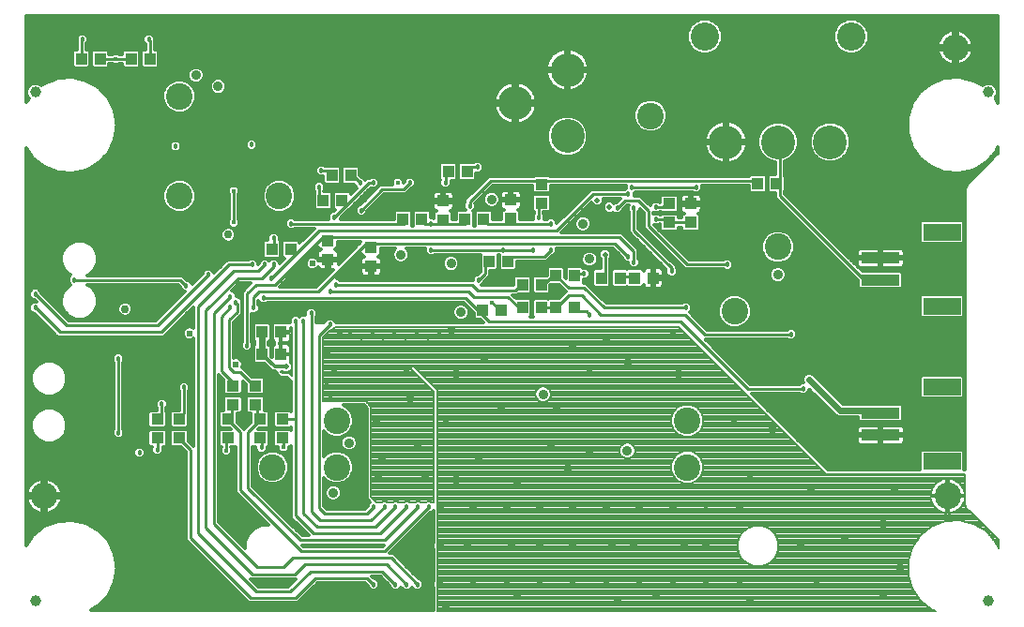
<source format=gbl>
G75*
G70*
%OFA0B0*%
%FSLAX24Y24*%
%IPPOS*%
%LPD*%
%AMOC8*
5,1,8,0,0,1.08239X$1,22.5*
%
%ADD10R,0.0394X0.0433*%
%ADD11R,0.0433X0.0394*%
%ADD12C,0.0945*%
%ADD13R,0.1339X0.0591*%
%ADD14R,0.1378X0.0394*%
%ADD15C,0.1200*%
%ADD16C,0.1005*%
%ADD17C,0.0394*%
%ADD18C,0.0354*%
%ADD19C,0.0295*%
%ADD20C,0.0172*%
%ADD21C,0.0180*%
%ADD22C,0.0200*%
%ADD23C,0.0120*%
%ADD24C,0.0240*%
%ADD25C,0.0100*%
%ADD26C,0.0080*%
%ADD27C,0.0240*%
D10*
X009450Y009727D03*
X010119Y009727D03*
X010119Y010514D03*
X009450Y010514D03*
X009804Y013467D03*
X010473Y013467D03*
X011615Y015199D03*
X012284Y015199D03*
X012599Y016105D03*
X011930Y016105D03*
X014450Y014530D03*
X015119Y014530D03*
X016654Y014530D03*
X017324Y014530D03*
X017520Y013034D03*
X018190Y013034D03*
X018702Y012207D03*
X019371Y012207D03*
X019883Y012522D03*
X020552Y012522D03*
X021497Y012443D03*
X022166Y012443D03*
X022678Y012443D03*
X023347Y012443D03*
X020552Y011380D03*
X019883Y011380D03*
X019371Y011380D03*
X018702Y011380D03*
X017954Y011302D03*
X017284Y011302D03*
X016733Y016223D03*
X016064Y016223D03*
X005473Y020239D03*
X004804Y020239D03*
X003702Y020239D03*
X003032Y020239D03*
X027048Y015790D03*
X027717Y015790D03*
D11*
X024686Y015081D03*
X023898Y015081D03*
X023898Y014412D03*
X024686Y014412D03*
X019391Y015101D03*
X019391Y015770D03*
X018288Y015219D03*
X018288Y014550D03*
X015887Y014510D03*
X015887Y015180D03*
X013328Y013526D03*
X013328Y012857D03*
X011792Y013093D03*
X011792Y013762D03*
X009213Y008605D03*
X009213Y007936D03*
X008426Y007936D03*
X008426Y008605D03*
X008249Y007424D03*
X008249Y006754D03*
X009391Y006754D03*
X009391Y007424D03*
X010178Y007424D03*
X010178Y006754D03*
X006517Y006754D03*
X006517Y007424D03*
X005729Y007424D03*
X005729Y006754D03*
D12*
X001713Y004688D03*
X009824Y005711D03*
X012107Y005711D03*
X012107Y007365D03*
X010060Y015357D03*
X006517Y015357D03*
X006517Y018900D03*
X023249Y018211D03*
X027776Y013546D03*
X026241Y011262D03*
X024548Y007365D03*
X024548Y005711D03*
X033800Y004688D03*
X034076Y020632D03*
D13*
X033603Y014077D03*
X033603Y011440D03*
X033603Y008566D03*
X033603Y005928D03*
D14*
X031418Y006853D03*
X031418Y007640D03*
X031418Y012365D03*
X031418Y013152D03*
D15*
X029627Y017274D03*
X027776Y017274D03*
X025926Y017274D03*
X020296Y017483D03*
X018446Y018664D03*
X020296Y019845D03*
D16*
X025178Y021026D03*
X030375Y021026D03*
D17*
X001398Y000947D03*
X001398Y019058D03*
X035257Y019058D03*
X035257Y000947D03*
D18*
X031517Y005869D03*
X030926Y005869D03*
X030335Y006853D03*
X032973Y006853D03*
X027776Y012562D03*
X021083Y013113D03*
X020847Y014373D03*
X017599Y015239D03*
X014391Y013270D03*
X016162Y012955D03*
X016517Y011223D03*
X019430Y008310D03*
X022422Y006302D03*
X012540Y006577D03*
X011989Y004806D03*
X007894Y017286D03*
X007894Y019254D03*
X008524Y019806D03*
X008957Y019806D03*
X007107Y019648D03*
D19*
X005139Y018388D03*
X004548Y019176D03*
X001792Y019766D03*
X006320Y016420D03*
X005139Y015239D03*
X004154Y016026D03*
X002816Y014609D03*
X001595Y016026D03*
X004745Y014058D03*
X005375Y013231D03*
X006713Y014058D03*
X007127Y013546D03*
X008249Y013979D03*
X007894Y014648D03*
X010847Y012758D03*
X012540Y013546D03*
X013879Y013349D03*
X013879Y014727D03*
X015572Y016814D03*
X017146Y015908D03*
X017894Y015632D03*
X017934Y016420D03*
X017540Y017404D03*
X019391Y016499D03*
X020887Y016420D03*
X022068Y016814D03*
X023209Y015278D03*
X024430Y013940D03*
X025611Y015436D03*
X027383Y015042D03*
X028761Y015829D03*
X030532Y015436D03*
X030139Y014451D03*
X031713Y014254D03*
X032894Y015632D03*
X032107Y016814D03*
X031320Y018782D03*
X029154Y020357D03*
X028170Y018979D03*
X026989Y018191D03*
X025611Y019176D03*
X026398Y019569D03*
X024627Y018388D03*
X022855Y019766D03*
X024233Y020554D03*
X021674Y021144D03*
X018721Y019963D03*
X017737Y020947D03*
X015572Y020751D03*
X014784Y019569D03*
X013209Y020160D03*
X011438Y019176D03*
X013013Y018585D03*
X012225Y017010D03*
X010454Y017010D03*
X009272Y018782D03*
X010454Y020554D03*
X017343Y018979D03*
X021477Y018585D03*
X029351Y012877D03*
X030139Y011695D03*
X030532Y010317D03*
X030335Y009333D03*
X031910Y010121D03*
X033682Y009924D03*
X033091Y012286D03*
X033879Y012877D03*
X027383Y011499D03*
X026320Y012562D03*
X023918Y011892D03*
X024036Y010396D03*
X022461Y009412D03*
X021674Y010199D03*
X020493Y010003D03*
X021083Y009215D03*
X019902Y007837D03*
X017934Y007837D03*
X016359Y009018D03*
X017343Y009609D03*
X016162Y010593D03*
X014587Y009215D03*
X014706Y008152D03*
X013524Y007325D03*
X014981Y006538D03*
X015965Y007443D03*
X017146Y006066D03*
X016359Y005278D03*
X015257Y005317D03*
X015769Y004294D03*
X016950Y004294D03*
X018131Y004294D03*
X019312Y004294D03*
X020493Y004294D03*
X021674Y004294D03*
X022855Y004294D03*
X024036Y004294D03*
X024430Y002916D03*
X025217Y002916D03*
X026398Y004294D03*
X026792Y005475D03*
X028957Y004884D03*
X028564Y002916D03*
X030139Y003113D03*
X031517Y003703D03*
X031910Y004884D03*
X029351Y007168D03*
X027973Y007955D03*
X027580Y007050D03*
X026202Y007247D03*
X024233Y009018D03*
X026989Y009727D03*
X021083Y006262D03*
X020296Y005672D03*
X019706Y006459D03*
X018524Y005081D03*
X018328Y002916D03*
X019312Y002916D03*
X020493Y002916D03*
X021871Y002916D03*
X022658Y002916D03*
X022855Y001538D03*
X023446Y001144D03*
X024036Y001538D03*
X025217Y001538D03*
X026398Y001538D03*
X026792Y000947D03*
X029154Y001538D03*
X031517Y001144D03*
X032107Y002129D03*
X033682Y007365D03*
X022068Y000947D03*
X021674Y001538D03*
X020493Y001538D03*
X019312Y001538D03*
X018524Y001144D03*
X018131Y001538D03*
X016950Y001538D03*
X015769Y001538D03*
X015965Y000751D03*
X015375Y000711D03*
X013013Y001499D03*
X012422Y001499D03*
X011831Y001499D03*
X008643Y000751D03*
X005926Y002050D03*
X004548Y001853D03*
X005532Y003428D03*
X003957Y004412D03*
X002973Y004215D03*
X003564Y005987D03*
X002068Y006223D03*
X005020Y007680D03*
X005926Y008743D03*
X004942Y009491D03*
X006083Y009845D03*
X006123Y010357D03*
X004587Y011341D03*
X004587Y012069D03*
X006320Y011892D03*
X008564Y010475D03*
X011753Y009845D03*
X012028Y009215D03*
X012225Y010396D03*
X012068Y011026D03*
X008800Y007247D03*
X009784Y006420D03*
X008288Y005790D03*
X008091Y004373D03*
X009076Y004018D03*
X010257Y004294D03*
X013013Y004333D03*
X013564Y005317D03*
X013721Y006066D03*
X012619Y006184D03*
X015769Y002916D03*
X016753Y002916D03*
X019036Y011774D03*
X017619Y012286D03*
X003367Y009924D03*
X003367Y008743D03*
X001398Y010514D03*
D20*
X008170Y006302D03*
X010217Y006420D03*
X011831Y002916D03*
X013013Y002916D03*
X017619Y011577D03*
X021930Y014176D03*
X022954Y014294D03*
X015139Y015829D03*
X014272Y015829D03*
X008446Y015534D03*
X008446Y014412D03*
X004253Y020239D03*
D21*
X003072Y020928D03*
X005434Y020928D03*
X006379Y017129D03*
X009076Y017188D03*
X011556Y016262D03*
X011477Y015672D03*
X012934Y015829D03*
X013406Y015829D03*
X014706Y015829D03*
X015965Y015829D03*
X016831Y015003D03*
X015454Y014373D03*
X015454Y013428D03*
X017146Y012365D03*
X018013Y013428D03*
X019076Y013428D03*
X019706Y013428D03*
X020020Y013428D03*
X020296Y013428D03*
X020887Y012601D03*
X021044Y012325D03*
X022225Y011971D03*
X021083Y011144D03*
X022658Y012995D03*
X022461Y013191D03*
X023997Y012680D03*
X024509Y011380D03*
X025965Y012916D03*
X026792Y013979D03*
X024863Y015672D03*
X023446Y014963D03*
X023446Y014530D03*
X022658Y014924D03*
X022461Y015436D03*
X022580Y015672D03*
X023249Y016321D03*
X022068Y014924D03*
X019706Y014373D03*
X019272Y014609D03*
X017107Y016380D03*
X012973Y014845D03*
X012028Y014609D03*
X010493Y014373D03*
X009863Y013861D03*
X009863Y012916D03*
X009548Y012916D03*
X009115Y012916D03*
X009784Y012443D03*
X009509Y011735D03*
X009351Y011538D03*
X009154Y011380D03*
X008682Y011774D03*
X008524Y011577D03*
X008328Y011380D03*
X008328Y011774D03*
X007540Y012562D03*
X006753Y012168D03*
X008918Y010042D03*
X008485Y009688D03*
X009469Y009018D03*
X010335Y008861D03*
X011753Y008664D03*
X011871Y008231D03*
X012973Y010160D03*
X013761Y010160D03*
X014548Y010160D03*
X015335Y010160D03*
X015335Y011499D03*
X014548Y011499D03*
X013761Y011499D03*
X012973Y011499D03*
X012068Y012207D03*
X011871Y011971D03*
X011202Y011184D03*
X010926Y010908D03*
X010650Y010908D03*
X011871Y010790D03*
X006674Y008546D03*
X005887Y007955D03*
X004351Y006932D03*
X005099Y006223D03*
X005729Y006341D03*
X009430Y006420D03*
X013406Y004294D03*
X013800Y004294D03*
X014194Y004294D03*
X014587Y004294D03*
X014981Y004294D03*
X015375Y004294D03*
X014981Y001538D03*
X014587Y001538D03*
X014194Y001538D03*
X013406Y001538D03*
X025217Y004294D03*
X028682Y008506D03*
X028879Y008821D03*
X028249Y010436D03*
X027875Y010967D03*
X004351Y009569D03*
X001398Y011380D03*
X001398Y011873D03*
X002776Y012365D03*
D22*
X010099Y010121D03*
X010414Y010121D03*
X010296Y009294D03*
X012580Y010514D03*
X013367Y010514D03*
X013367Y011144D03*
X012580Y011144D03*
X014154Y011144D03*
X014942Y011144D03*
X015729Y011144D03*
X015729Y010514D03*
X014942Y010514D03*
X014154Y010514D03*
X021635Y013270D03*
X021792Y014963D03*
X021359Y015199D03*
D23*
X021579Y015210D02*
X022113Y015210D01*
X022169Y015266D02*
X022037Y015134D01*
X021981Y015134D01*
X021957Y015110D01*
X021883Y015183D01*
X021701Y015183D01*
X021572Y015054D01*
X021572Y014872D01*
X021701Y014743D01*
X021883Y014743D01*
X021917Y014777D01*
X021981Y014714D01*
X022155Y014714D01*
X022278Y014837D01*
X022278Y014893D01*
X022414Y015029D01*
X022467Y015029D01*
X022448Y015011D01*
X022448Y014837D01*
X022488Y014797D01*
X022488Y014066D01*
X022588Y013966D01*
X023787Y012767D01*
X023787Y012767D01*
X023787Y012593D01*
X023910Y012470D01*
X024084Y012470D01*
X024207Y012593D01*
X024207Y012767D01*
X024167Y012807D01*
X024167Y012868D01*
X022828Y014207D01*
X022828Y014797D01*
X022868Y014837D01*
X022868Y014906D01*
X023000Y014775D01*
X023000Y014223D01*
X024478Y012746D01*
X025838Y012746D01*
X025878Y012706D01*
X026052Y012706D01*
X026175Y012829D01*
X026175Y013003D01*
X026052Y013126D01*
X025878Y013126D01*
X025838Y013086D01*
X024618Y013086D01*
X023384Y014320D01*
X023533Y014320D01*
X023562Y014349D01*
X023562Y014165D01*
X023632Y014095D01*
X024165Y014095D01*
X024235Y014165D01*
X024235Y014242D01*
X024349Y014242D01*
X024349Y014165D01*
X024420Y014095D01*
X024952Y014095D01*
X025022Y014165D01*
X025022Y014659D01*
X024952Y014729D01*
X024940Y014729D01*
X024964Y014735D01*
X025001Y014756D01*
X025030Y014786D01*
X025051Y014823D01*
X025062Y014863D01*
X025062Y015043D01*
X024724Y015043D01*
X024724Y015120D01*
X024647Y015120D01*
X024647Y015043D01*
X024309Y015043D01*
X024309Y014863D01*
X024320Y014823D01*
X024341Y014786D01*
X024371Y014756D01*
X024408Y014735D01*
X024432Y014729D01*
X024420Y014729D01*
X024349Y014659D01*
X024349Y014582D01*
X024235Y014582D01*
X024235Y014659D01*
X024165Y014729D01*
X023632Y014729D01*
X023603Y014700D01*
X023573Y014700D01*
X023533Y014740D01*
X023359Y014740D01*
X023340Y014721D01*
X023340Y014772D01*
X023359Y014753D01*
X023533Y014753D01*
X023573Y014793D01*
X023603Y014793D01*
X023632Y014764D01*
X024165Y014764D01*
X024235Y014835D01*
X024235Y015328D01*
X024165Y015398D01*
X023632Y015398D01*
X023562Y015328D01*
X022928Y015328D01*
X022886Y015369D02*
X022671Y015369D01*
X022671Y015467D01*
X022707Y015502D01*
X024736Y015502D01*
X024776Y015462D01*
X024950Y015462D01*
X025073Y015585D01*
X025073Y015738D01*
X026731Y015738D01*
X026731Y015524D01*
X026801Y015453D01*
X027295Y015453D01*
X027365Y015524D01*
X027365Y016056D01*
X027295Y016126D01*
X026801Y016126D01*
X026753Y016078D01*
X019666Y016078D01*
X019657Y016087D01*
X019124Y016087D01*
X019115Y016078D01*
X017509Y016078D01*
X016761Y015330D01*
X016661Y015230D01*
X016661Y015130D01*
X016621Y015090D01*
X016621Y014916D01*
X016670Y014867D01*
X016408Y014867D01*
X016337Y014796D01*
X016337Y014543D01*
X016223Y014543D01*
X016223Y014757D01*
X016153Y014827D01*
X016141Y014827D01*
X016165Y014834D01*
X016201Y014855D01*
X016231Y014885D01*
X016252Y014921D01*
X016263Y014962D01*
X016263Y015141D01*
X015925Y015141D01*
X015925Y015218D01*
X016263Y015218D01*
X016263Y015398D01*
X016252Y015438D01*
X016231Y015475D01*
X016201Y015505D01*
X016165Y015526D01*
X016124Y015537D01*
X015925Y015537D01*
X015925Y015218D01*
X015848Y015218D01*
X015848Y015141D01*
X015510Y015141D01*
X015510Y014962D01*
X015521Y014921D01*
X015542Y014885D01*
X015572Y014855D01*
X015608Y014834D01*
X015633Y014827D01*
X015620Y014827D01*
X015550Y014757D01*
X015550Y014573D01*
X015541Y014583D01*
X015436Y014583D01*
X015436Y014796D01*
X015365Y014867D01*
X014872Y014867D01*
X014802Y014796D01*
X014802Y014306D01*
X014766Y014306D01*
X014766Y014796D01*
X014696Y014867D01*
X014203Y014867D01*
X014133Y014796D01*
X014133Y014543D01*
X012238Y014543D01*
X012238Y014578D01*
X012453Y014793D01*
X012523Y014863D01*
X012531Y014863D01*
X012601Y014933D01*
X012601Y014941D01*
X013299Y015639D01*
X013319Y015619D01*
X013493Y015619D01*
X013616Y015742D01*
X013616Y015916D01*
X013493Y016039D01*
X013319Y016039D01*
X013021Y016039D01*
X012964Y016039D01*
X012916Y016088D01*
X012916Y016371D01*
X012846Y016441D01*
X012353Y016441D01*
X012282Y016371D01*
X012282Y015839D01*
X012353Y015768D01*
X012724Y015768D01*
X012724Y015742D01*
X012823Y015644D01*
X012601Y015422D01*
X012601Y015466D01*
X012531Y015536D01*
X012038Y015536D01*
X011967Y015466D01*
X011967Y014933D01*
X012038Y014863D01*
X012042Y014863D01*
X011998Y014819D01*
X011941Y014819D01*
X011818Y014696D01*
X011818Y014543D01*
X010620Y014543D01*
X010580Y014583D01*
X010406Y014583D01*
X010283Y014460D01*
X010283Y014286D01*
X010406Y014163D01*
X010580Y014163D01*
X010620Y014203D01*
X011303Y014203D01*
X010790Y013690D01*
X010790Y013733D01*
X010720Y013804D01*
X010227Y013804D01*
X010156Y013733D01*
X010156Y013201D01*
X010227Y013131D01*
X010231Y013131D01*
X010073Y012973D01*
X010073Y013003D01*
X009950Y013126D01*
X009776Y013126D01*
X009706Y013055D01*
X009635Y013126D01*
X009461Y013126D01*
X009338Y013003D01*
X009338Y012946D01*
X009325Y012933D01*
X009325Y013003D01*
X009202Y013126D01*
X009028Y013126D01*
X008988Y013086D01*
X008218Y013086D01*
X008118Y012986D01*
X007750Y012618D01*
X007750Y012649D01*
X007627Y012772D01*
X007453Y012772D01*
X007330Y012649D01*
X007330Y012592D01*
X006963Y012225D01*
X006963Y012255D01*
X006840Y012378D01*
X006783Y012378D01*
X006626Y012535D01*
X003258Y012535D01*
X003339Y012568D01*
X003520Y012749D01*
X003618Y012986D01*
X003618Y013243D01*
X003520Y013480D01*
X003339Y013662D01*
X003102Y013760D01*
X002845Y013760D01*
X002608Y013662D01*
X002426Y013480D01*
X002328Y013243D01*
X002328Y012986D01*
X002426Y012749D01*
X002608Y012568D01*
X002661Y012546D01*
X002566Y012452D01*
X002566Y012278D01*
X002661Y012183D01*
X002608Y012162D01*
X002426Y011980D01*
X002328Y011743D01*
X002328Y011486D01*
X002426Y011249D01*
X002608Y011068D01*
X002845Y010970D01*
X003102Y010970D01*
X003339Y011068D01*
X003520Y011249D01*
X003618Y011486D01*
X003618Y011743D01*
X003520Y011980D01*
X003339Y012162D01*
X003258Y012195D01*
X006485Y012195D01*
X006543Y012137D01*
X006543Y012081D01*
X006666Y011958D01*
X006696Y011958D01*
X005678Y010940D01*
X002571Y010940D01*
X001608Y011903D01*
X001608Y011960D01*
X001485Y012083D01*
X001311Y012083D01*
X001188Y011960D01*
X001188Y011786D01*
X001311Y011663D01*
X001368Y011663D01*
X001440Y011590D01*
X001311Y011590D01*
X001188Y011467D01*
X001188Y011293D01*
X001311Y011170D01*
X001368Y011170D01*
X002194Y010344D01*
X005957Y010344D01*
X007016Y011403D01*
X007016Y010669D01*
X007007Y010678D01*
X006919Y010715D01*
X006823Y010715D01*
X006735Y010678D01*
X006667Y010611D01*
X006631Y010523D01*
X006631Y010427D01*
X006667Y010339D01*
X006735Y010271D01*
X006823Y010235D01*
X006919Y010235D01*
X007007Y010271D01*
X007016Y010281D01*
X007016Y006476D01*
X006981Y006511D01*
X006853Y006639D01*
X006853Y007001D01*
X006783Y007071D01*
X006250Y007071D01*
X006180Y007001D01*
X006180Y006508D01*
X006250Y006438D01*
X006573Y006438D01*
X006740Y006271D01*
X006740Y003121D01*
X006840Y003021D01*
X008866Y000995D01*
X008966Y000896D01*
X010721Y000896D01*
X011429Y001604D01*
X013100Y001604D01*
X013196Y001508D01*
X013196Y001451D01*
X013319Y001328D01*
X013493Y001328D01*
X013616Y001451D01*
X013616Y001625D01*
X013493Y001748D01*
X013437Y001748D01*
X013344Y001840D01*
X013651Y001840D01*
X013984Y001508D01*
X013984Y001451D01*
X014107Y001328D01*
X014281Y001328D01*
X014391Y001438D01*
X014500Y001328D01*
X014674Y001328D01*
X014784Y001438D01*
X014894Y001328D01*
X015068Y001328D01*
X015191Y001451D01*
X015191Y001625D01*
X015068Y001748D01*
X015012Y001748D01*
X014206Y002553D01*
X014107Y002653D01*
X013974Y002653D01*
X015405Y004084D01*
X015462Y004084D01*
X015530Y004152D01*
X015530Y003039D01*
X015501Y002969D01*
X015501Y002863D01*
X015530Y002793D01*
X015530Y001661D01*
X015501Y001591D01*
X015501Y001485D01*
X015530Y001415D01*
X015530Y000620D01*
X003368Y000620D01*
X003652Y000784D01*
X004001Y001160D01*
X004223Y001622D01*
X004300Y002129D01*
X004300Y002129D01*
X004223Y002635D01*
X004001Y003097D01*
X004001Y003097D01*
X003652Y003473D01*
X003208Y003730D01*
X002708Y003844D01*
X002197Y003805D01*
X002197Y003805D01*
X001720Y003618D01*
X001720Y003618D01*
X001319Y003298D01*
X001071Y002935D01*
X001071Y017070D01*
X001319Y016707D01*
X001720Y016387D01*
X002197Y016200D01*
X002708Y016161D01*
X003208Y016275D01*
X003652Y016532D01*
X004001Y016908D01*
X004223Y017370D01*
X004300Y017877D01*
X004223Y018384D01*
X004001Y018845D01*
X004001Y018845D01*
X003652Y019221D01*
X003208Y019478D01*
X002708Y019592D01*
X002197Y019553D01*
X002197Y019553D01*
X001720Y019366D01*
X001720Y019366D01*
X001619Y019286D01*
X001578Y019326D01*
X001461Y019374D01*
X001335Y019374D01*
X001219Y019326D01*
X001130Y019237D01*
X001082Y019121D01*
X001082Y018995D01*
X001130Y018878D01*
X001174Y018834D01*
X001071Y018683D01*
X001071Y021747D01*
X035584Y021747D01*
X035584Y018664D01*
X035497Y018845D01*
X035497Y018845D01*
X035495Y018848D01*
X035525Y018878D01*
X035574Y018995D01*
X035574Y019121D01*
X035525Y019237D01*
X035436Y019326D01*
X035320Y019374D01*
X035194Y019374D01*
X035077Y019326D01*
X035037Y019286D01*
X034704Y019478D01*
X034204Y019592D01*
X033693Y019553D01*
X033216Y019366D01*
X032815Y019046D01*
X032526Y018623D01*
X032526Y018623D01*
X032375Y018133D01*
X032375Y017620D01*
X032526Y017130D01*
X032815Y016707D01*
X032815Y016707D01*
X033216Y016387D01*
X033693Y016200D01*
X034204Y016161D01*
X034704Y016275D01*
X035148Y016532D01*
X035497Y016908D01*
X035584Y017089D01*
X035584Y016886D01*
X034473Y015775D01*
X034403Y015606D01*
X034403Y005635D01*
X034392Y005635D01*
X034392Y006273D01*
X034322Y006343D01*
X032884Y006343D01*
X032814Y006273D01*
X032814Y005635D01*
X029536Y005635D01*
X026834Y008336D01*
X028555Y008336D01*
X028595Y008296D01*
X028769Y008296D01*
X028892Y008419D01*
X028892Y008469D01*
X029778Y007583D01*
X029845Y007516D01*
X029933Y007479D01*
X030609Y007479D01*
X030609Y007394D01*
X030679Y007323D01*
X032157Y007323D01*
X032227Y007394D01*
X032227Y007887D01*
X032157Y007957D01*
X030821Y007957D01*
X030816Y007959D01*
X030081Y007959D01*
X029015Y009025D01*
X028926Y009061D01*
X028831Y009061D01*
X028743Y009025D01*
X028675Y008957D01*
X028639Y008869D01*
X028639Y008774D01*
X028662Y008716D01*
X028595Y008716D01*
X028555Y008676D01*
X026784Y008676D01*
X025195Y010266D01*
X028122Y010266D01*
X028162Y010226D01*
X028336Y010226D01*
X028459Y010349D01*
X028459Y010523D01*
X028336Y010646D01*
X028162Y010646D01*
X028122Y010606D01*
X025248Y010606D01*
X024640Y011214D01*
X024719Y011293D01*
X024719Y011467D01*
X024596Y011590D01*
X024422Y011590D01*
X024382Y011550D01*
X021666Y011550D01*
X020957Y012259D01*
X020869Y012259D01*
X020869Y012391D01*
X020974Y012391D01*
X021097Y012514D01*
X021097Y012688D01*
X020974Y012811D01*
X020846Y012811D01*
X020799Y012859D01*
X020305Y012859D01*
X020235Y012788D01*
X020235Y012430D01*
X020200Y012465D01*
X020200Y012788D01*
X020129Y012859D01*
X019636Y012859D01*
X019566Y012788D01*
X019566Y012544D01*
X019565Y012544D01*
X019124Y012544D01*
X019054Y012473D01*
X019054Y011941D01*
X019124Y011871D01*
X019617Y011871D01*
X019688Y011941D01*
X019688Y012185D01*
X019688Y012186D01*
X019998Y012186D01*
X020233Y011951D01*
X020165Y011884D01*
X019998Y011717D01*
X019636Y011717D01*
X019627Y011708D01*
X019617Y011717D01*
X019124Y011717D01*
X019054Y011647D01*
X019054Y011114D01*
X019090Y011078D01*
X018982Y011078D01*
X019018Y011114D01*
X019018Y011647D01*
X018948Y011717D01*
X018468Y011717D01*
X018344Y011840D01*
X018516Y011840D01*
X018546Y011871D01*
X018948Y011871D01*
X019018Y011941D01*
X019018Y012473D01*
X018948Y012544D01*
X018455Y012544D01*
X018385Y012473D01*
X018385Y012190D01*
X018375Y012180D01*
X017259Y012180D01*
X017356Y012278D01*
X017356Y012334D01*
X017453Y012431D01*
X017553Y012531D01*
X017553Y012697D01*
X017767Y012697D01*
X017837Y012768D01*
X017837Y013258D01*
X017873Y013258D01*
X017873Y012768D01*
X017943Y012697D01*
X018436Y012697D01*
X018507Y012768D01*
X018507Y013021D01*
X019540Y013021D01*
X019736Y013218D01*
X019792Y013218D01*
X019916Y013341D01*
X019916Y013494D01*
X021919Y013494D01*
X022251Y013161D01*
X022251Y013105D01*
X022374Y012981D01*
X022448Y012981D01*
X022448Y012908D01*
X022571Y012785D01*
X022745Y012785D01*
X022868Y012908D01*
X022868Y013082D01*
X022828Y013122D01*
X022828Y013459D01*
X022316Y013971D01*
X022217Y014070D01*
X020077Y014070D01*
X021139Y015133D01*
X021139Y015108D01*
X021268Y014979D01*
X021450Y014979D01*
X021579Y015108D01*
X021579Y015266D01*
X022169Y015266D01*
X022357Y014973D02*
X022448Y014973D01*
X022448Y014854D02*
X022278Y014854D01*
X022176Y014736D02*
X022488Y014736D01*
X022488Y014617D02*
X021023Y014617D01*
X021016Y014625D02*
X020906Y014670D01*
X020788Y014670D01*
X020679Y014625D01*
X020595Y014541D01*
X020550Y014432D01*
X020550Y014313D01*
X020595Y014204D01*
X020679Y014121D01*
X020788Y014075D01*
X020906Y014075D01*
X021016Y014121D01*
X021099Y014204D01*
X021144Y014313D01*
X021144Y014432D01*
X021099Y014541D01*
X021016Y014625D01*
X021117Y014499D02*
X022488Y014499D01*
X022488Y014380D02*
X021144Y014380D01*
X021123Y014262D02*
X022488Y014262D01*
X022488Y014143D02*
X021038Y014143D01*
X020657Y014143D02*
X020149Y014143D01*
X020268Y014262D02*
X020572Y014262D01*
X020550Y014380D02*
X020386Y014380D01*
X020505Y014499D02*
X020578Y014499D01*
X020623Y014617D02*
X020671Y014617D01*
X020742Y014736D02*
X021959Y014736D01*
X021590Y014854D02*
X020860Y014854D01*
X020979Y014973D02*
X021572Y014973D01*
X021562Y015091D02*
X021609Y015091D01*
X021156Y015091D02*
X021097Y015091D01*
X020854Y015328D02*
X019727Y015328D01*
X019727Y015348D02*
X019657Y015418D01*
X019124Y015418D01*
X019054Y015348D01*
X019054Y014854D01*
X018567Y014854D01*
X018554Y014867D02*
X018542Y014867D01*
X018566Y014873D01*
X018603Y014894D01*
X018633Y014924D01*
X018654Y014960D01*
X018665Y015001D01*
X018665Y015181D01*
X018327Y015181D01*
X018327Y015257D01*
X018665Y015257D01*
X018665Y015437D01*
X018654Y015478D01*
X018633Y015514D01*
X018603Y015544D01*
X018566Y015565D01*
X019054Y015565D01*
X019054Y015524D02*
X019124Y015453D01*
X019657Y015453D01*
X019727Y015524D01*
X019727Y015738D01*
X022370Y015738D01*
X022370Y015641D01*
X022334Y015606D01*
X021131Y015606D01*
X019916Y014390D01*
X019916Y014460D01*
X019792Y014583D01*
X019619Y014583D01*
X019579Y014543D01*
X019482Y014543D01*
X019482Y014696D01*
X019442Y014736D01*
X019442Y014784D01*
X019657Y014784D01*
X019727Y014854D01*
X020380Y014854D01*
X020498Y014973D02*
X019727Y014973D01*
X019727Y015091D02*
X020617Y015091D01*
X020735Y015210D02*
X019727Y015210D01*
X019727Y015348D02*
X019727Y014854D01*
X019443Y014736D02*
X020261Y014736D01*
X020143Y014617D02*
X019482Y014617D01*
X019102Y014736D02*
X019062Y014696D01*
X019062Y014543D01*
X018625Y014543D01*
X018625Y014796D01*
X018554Y014867D01*
X018657Y014973D02*
X019054Y014973D01*
X019054Y015091D02*
X018665Y015091D01*
X018665Y015328D02*
X019054Y015328D01*
X019054Y015210D02*
X018327Y015210D01*
X018327Y015257D02*
X018250Y015257D01*
X018250Y015181D01*
X017912Y015181D01*
X017912Y015001D01*
X017923Y014960D01*
X017944Y014924D01*
X017973Y014894D01*
X018010Y014873D01*
X018034Y014867D01*
X018022Y014867D01*
X017952Y014796D01*
X017952Y014543D01*
X017640Y014543D01*
X017640Y014796D01*
X017570Y014867D01*
X017077Y014867D01*
X017007Y014796D01*
X017007Y014306D01*
X016971Y014306D01*
X016971Y014796D01*
X016947Y014821D01*
X017041Y014916D01*
X017041Y015090D01*
X017021Y015110D01*
X017650Y015738D01*
X019054Y015738D01*
X019054Y015524D01*
X019054Y015684D02*
X017595Y015684D01*
X017540Y015536D02*
X017431Y015491D01*
X017347Y015407D01*
X017302Y015298D01*
X017302Y015180D01*
X017347Y015070D01*
X017431Y014987D01*
X017540Y014942D01*
X017658Y014942D01*
X017768Y014987D01*
X017851Y015070D01*
X017896Y015180D01*
X017896Y015298D01*
X017851Y015407D01*
X017768Y015491D01*
X017658Y015536D01*
X017540Y015536D01*
X017477Y015565D02*
X018010Y015565D01*
X017973Y015544D01*
X017944Y015514D01*
X017923Y015478D01*
X017912Y015437D01*
X017912Y015257D01*
X018250Y015257D01*
X018250Y015576D01*
X018051Y015576D01*
X018010Y015565D01*
X017914Y015447D02*
X017812Y015447D01*
X017884Y015328D02*
X017912Y015328D01*
X017896Y015210D02*
X018250Y015210D01*
X018327Y015257D02*
X018327Y015576D01*
X018526Y015576D01*
X018566Y015565D01*
X018662Y015447D02*
X020972Y015447D01*
X021091Y015565D02*
X019727Y015565D01*
X019727Y015684D02*
X022370Y015684D01*
X022671Y015447D02*
X027685Y015447D01*
X027685Y015453D02*
X027685Y015286D01*
X027785Y015187D01*
X030609Y012362D01*
X030609Y012118D01*
X030679Y012048D01*
X032157Y012048D01*
X032227Y012118D01*
X032227Y012611D01*
X032157Y012682D01*
X030771Y012682D01*
X028025Y015427D01*
X028025Y015515D01*
X028034Y015524D01*
X028034Y016056D01*
X028025Y016065D01*
X028025Y016598D01*
X028184Y016664D01*
X028387Y016866D01*
X028496Y017131D01*
X028496Y017417D01*
X028387Y017682D01*
X028184Y017885D01*
X027920Y017994D01*
X027633Y017994D01*
X027369Y017885D01*
X027166Y017682D01*
X027056Y017417D01*
X027056Y017131D01*
X027166Y016866D01*
X027369Y016664D01*
X027633Y016554D01*
X027685Y016554D01*
X027685Y016126D01*
X027471Y016126D01*
X027400Y016056D01*
X027400Y015524D01*
X027471Y015453D01*
X027685Y015453D01*
X027685Y015328D02*
X025055Y015328D01*
X025051Y015340D02*
X025030Y015376D01*
X025001Y015406D01*
X024964Y015427D01*
X024923Y015438D01*
X024724Y015438D01*
X024724Y015120D01*
X025062Y015120D01*
X025062Y015299D01*
X025051Y015340D01*
X025062Y015210D02*
X027762Y015210D01*
X027881Y015091D02*
X024724Y015091D01*
X024647Y015091D02*
X024235Y015091D01*
X024309Y015120D02*
X024309Y015299D01*
X024320Y015340D01*
X024341Y015376D01*
X024371Y015406D01*
X024408Y015427D01*
X024448Y015438D01*
X024647Y015438D01*
X024647Y015120D01*
X024309Y015120D01*
X024309Y015210D02*
X024235Y015210D01*
X024235Y015328D02*
X024317Y015328D01*
X024647Y015328D02*
X024724Y015328D01*
X024724Y015210D02*
X024647Y015210D01*
X024309Y014973D02*
X024235Y014973D01*
X024235Y014854D02*
X024312Y014854D01*
X024407Y014736D02*
X023537Y014736D01*
X023354Y014736D02*
X023340Y014736D01*
X023236Y015020D02*
X022886Y015369D01*
X023046Y015210D02*
X023562Y015210D01*
X023533Y015173D02*
X023359Y015173D01*
X023236Y015050D01*
X023236Y015020D01*
X023277Y015091D02*
X023165Y015091D01*
X022921Y014854D02*
X022868Y014854D01*
X022828Y014736D02*
X023000Y014736D01*
X023000Y014617D02*
X022828Y014617D01*
X022828Y014499D02*
X023000Y014499D01*
X023000Y014380D02*
X022828Y014380D01*
X022828Y014262D02*
X023000Y014262D01*
X023080Y014143D02*
X022892Y014143D01*
X023011Y014025D02*
X023199Y014025D01*
X023129Y013906D02*
X023317Y013906D01*
X023248Y013788D02*
X023436Y013788D01*
X023366Y013669D02*
X023554Y013669D01*
X023485Y013551D02*
X023673Y013551D01*
X023603Y013432D02*
X023791Y013432D01*
X023722Y013314D02*
X023910Y013314D01*
X023840Y013195D02*
X024028Y013195D01*
X023959Y013077D02*
X024147Y013077D01*
X024077Y012958D02*
X024265Y012958D01*
X024167Y012840D02*
X024384Y012840D01*
X024207Y012721D02*
X025863Y012721D01*
X026067Y012721D02*
X027521Y012721D01*
X027524Y012730D02*
X027479Y012621D01*
X027479Y012502D01*
X027524Y012393D01*
X027608Y012310D01*
X027717Y012264D01*
X027835Y012264D01*
X027945Y012310D01*
X028028Y012393D01*
X028074Y012502D01*
X028074Y012621D01*
X028028Y012730D01*
X027945Y012813D01*
X027835Y012859D01*
X027717Y012859D01*
X027608Y012813D01*
X027524Y012730D01*
X027479Y012603D02*
X024207Y012603D01*
X024098Y012484D02*
X027487Y012484D01*
X027552Y012366D02*
X023704Y012366D01*
X023704Y012405D02*
X023386Y012405D01*
X023386Y012482D01*
X023704Y012482D01*
X023704Y012681D01*
X023693Y012722D01*
X023672Y012758D01*
X023642Y012788D01*
X023606Y012809D01*
X023565Y012820D01*
X023386Y012820D01*
X023386Y012482D01*
X023309Y012482D01*
X023309Y012820D01*
X023129Y012820D01*
X023089Y012809D01*
X023052Y012788D01*
X023022Y012758D01*
X023001Y012722D01*
X022995Y012698D01*
X022995Y012710D01*
X022925Y012780D01*
X022431Y012780D01*
X022422Y012771D01*
X022413Y012780D01*
X021920Y012780D01*
X021849Y012710D01*
X021849Y012177D01*
X021920Y012107D01*
X022413Y012107D01*
X022422Y012116D01*
X022431Y012107D01*
X022925Y012107D01*
X022995Y012177D01*
X022995Y012189D01*
X023001Y012165D01*
X023022Y012129D01*
X023052Y012099D01*
X023089Y012078D01*
X023129Y012067D01*
X023309Y012067D01*
X023309Y012405D01*
X023386Y012405D01*
X023386Y012067D01*
X023565Y012067D01*
X023606Y012078D01*
X023642Y012099D01*
X023672Y012129D01*
X023693Y012165D01*
X023704Y012206D01*
X023704Y012405D01*
X023704Y012484D02*
X023896Y012484D01*
X023787Y012603D02*
X023704Y012603D01*
X023693Y012721D02*
X023787Y012721D01*
X023715Y012840D02*
X022800Y012840D01*
X022868Y012958D02*
X023596Y012958D01*
X023478Y013077D02*
X022868Y013077D01*
X022828Y013195D02*
X023359Y013195D01*
X023241Y013314D02*
X022828Y013314D01*
X022828Y013432D02*
X023122Y013432D01*
X023004Y013551D02*
X022737Y013551D01*
X022618Y013669D02*
X022885Y013669D01*
X022767Y013788D02*
X022500Y013788D01*
X022381Y013906D02*
X022648Y013906D01*
X022530Y014025D02*
X022263Y014025D01*
X021726Y013490D02*
X021544Y013490D01*
X021415Y013361D01*
X021415Y013179D01*
X021465Y013129D01*
X021465Y012780D01*
X021250Y012780D01*
X021180Y012710D01*
X021180Y012177D01*
X021250Y012107D01*
X021743Y012107D01*
X021814Y012177D01*
X021814Y012710D01*
X021805Y012719D01*
X021805Y013129D01*
X021855Y013179D01*
X021855Y013361D01*
X021726Y013490D01*
X021784Y013432D02*
X021980Y013432D01*
X022099Y013314D02*
X021855Y013314D01*
X021855Y013195D02*
X022217Y013195D01*
X022279Y013077D02*
X021805Y013077D01*
X021805Y012958D02*
X022448Y012958D01*
X022516Y012840D02*
X021805Y012840D01*
X021805Y012721D02*
X021861Y012721D01*
X021849Y012603D02*
X021814Y012603D01*
X021814Y012484D02*
X021849Y012484D01*
X021849Y012366D02*
X021814Y012366D01*
X021814Y012247D02*
X021849Y012247D01*
X021898Y012129D02*
X021765Y012129D01*
X021443Y011773D02*
X025926Y011773D01*
X025905Y011765D02*
X025739Y011598D01*
X025648Y011380D01*
X025648Y011145D01*
X025739Y010927D01*
X025905Y010760D01*
X026123Y010670D01*
X026359Y010670D01*
X026577Y010760D01*
X026743Y010927D01*
X026833Y011145D01*
X026833Y011380D01*
X026743Y011598D01*
X026577Y011765D01*
X026359Y011855D01*
X026123Y011855D01*
X025905Y011765D01*
X025795Y011655D02*
X021562Y011655D01*
X021325Y011892D02*
X034403Y011892D01*
X034322Y011855D02*
X034392Y011785D01*
X034392Y011095D01*
X034322Y011024D01*
X032884Y011024D01*
X032814Y011095D01*
X032814Y011785D01*
X032884Y011855D01*
X034322Y011855D01*
X034392Y011773D02*
X034403Y011773D01*
X034392Y011655D02*
X034403Y011655D01*
X034392Y011536D02*
X034403Y011536D01*
X034392Y011418D02*
X034403Y011418D01*
X034392Y011299D02*
X034403Y011299D01*
X034392Y011181D02*
X034403Y011181D01*
X034403Y011062D02*
X034360Y011062D01*
X034403Y010944D02*
X026750Y010944D01*
X026799Y011062D02*
X032846Y011062D01*
X032814Y011181D02*
X026833Y011181D01*
X026833Y011299D02*
X032814Y011299D01*
X032814Y011418D02*
X026818Y011418D01*
X026769Y011536D02*
X032814Y011536D01*
X032814Y011655D02*
X026687Y011655D01*
X026556Y011773D02*
X032814Y011773D01*
X032227Y012129D02*
X034403Y012129D01*
X034403Y012247D02*
X032227Y012247D01*
X032227Y012366D02*
X034403Y012366D01*
X034403Y012484D02*
X032227Y012484D01*
X032227Y012603D02*
X034403Y012603D01*
X034403Y012721D02*
X030731Y012721D01*
X030708Y012795D02*
X031380Y012795D01*
X031380Y013114D01*
X031457Y013114D01*
X031457Y013191D01*
X031380Y013191D01*
X031380Y013509D01*
X030708Y013509D01*
X030667Y013498D01*
X030631Y013477D01*
X030601Y013447D01*
X030580Y013411D01*
X030569Y013370D01*
X030569Y013191D01*
X031380Y013191D01*
X031380Y013114D01*
X030569Y013114D01*
X030569Y012934D01*
X030580Y012894D01*
X030601Y012857D01*
X030631Y012827D01*
X030667Y012806D01*
X030708Y012795D01*
X030619Y012840D02*
X030613Y012840D01*
X030569Y012958D02*
X030494Y012958D01*
X030569Y013077D02*
X030376Y013077D01*
X030257Y013195D02*
X030569Y013195D01*
X030569Y013314D02*
X030139Y013314D01*
X030020Y013432D02*
X030592Y013432D01*
X029902Y013551D02*
X034403Y013551D01*
X034403Y013669D02*
X034329Y013669D01*
X034322Y013662D02*
X034392Y013732D01*
X034392Y014422D01*
X034322Y014493D01*
X032884Y014493D01*
X032814Y014422D01*
X032814Y013732D01*
X032884Y013662D01*
X034322Y013662D01*
X034392Y013788D02*
X034403Y013788D01*
X034392Y013906D02*
X034403Y013906D01*
X034392Y014025D02*
X034403Y014025D01*
X034392Y014143D02*
X034403Y014143D01*
X034392Y014262D02*
X034403Y014262D01*
X034392Y014380D02*
X034403Y014380D01*
X034403Y014499D02*
X028954Y014499D01*
X028835Y014617D02*
X034403Y014617D01*
X034403Y014736D02*
X028717Y014736D01*
X028598Y014854D02*
X034403Y014854D01*
X034403Y014973D02*
X028480Y014973D01*
X028361Y015091D02*
X034403Y015091D01*
X034403Y015210D02*
X028243Y015210D01*
X028124Y015328D02*
X034403Y015328D01*
X034403Y015447D02*
X028025Y015447D01*
X028034Y015565D02*
X034403Y015565D01*
X034435Y015684D02*
X028034Y015684D01*
X028034Y015802D02*
X034500Y015802D01*
X034619Y015921D02*
X028034Y015921D01*
X028034Y016039D02*
X034737Y016039D01*
X034856Y016158D02*
X028025Y016158D01*
X028025Y016276D02*
X033498Y016276D01*
X033693Y016200D02*
X033693Y016200D01*
X034204Y016161D02*
X034204Y016161D01*
X034704Y016275D02*
X034704Y016275D01*
X034705Y016276D02*
X034974Y016276D01*
X034910Y016395D02*
X035093Y016395D01*
X035116Y016513D02*
X035211Y016513D01*
X035148Y016532D02*
X035148Y016532D01*
X035241Y016632D02*
X035330Y016632D01*
X035350Y016750D02*
X035448Y016750D01*
X035460Y016869D02*
X035567Y016869D01*
X035497Y016908D02*
X035497Y016908D01*
X035535Y016987D02*
X035584Y016987D01*
X033216Y016387D02*
X033216Y016387D01*
X033206Y016395D02*
X028025Y016395D01*
X028025Y016513D02*
X033058Y016513D01*
X032909Y016632D02*
X029957Y016632D01*
X030035Y016664D02*
X030237Y016866D01*
X030347Y017131D01*
X030347Y017417D01*
X030237Y017682D01*
X030035Y017885D01*
X029770Y017994D01*
X029484Y017994D01*
X029219Y017885D01*
X029016Y017682D01*
X028907Y017417D01*
X028907Y017131D01*
X029016Y016866D01*
X029219Y016664D01*
X029484Y016554D01*
X029770Y016554D01*
X030035Y016664D01*
X030121Y016750D02*
X032785Y016750D01*
X032815Y016707D02*
X032815Y016707D01*
X032704Y016869D02*
X030238Y016869D01*
X030287Y016987D02*
X032624Y016987D01*
X032543Y017106D02*
X030336Y017106D01*
X030347Y017224D02*
X032497Y017224D01*
X032526Y017130D02*
X032526Y017130D01*
X032460Y017343D02*
X030347Y017343D01*
X030329Y017461D02*
X032424Y017461D01*
X032387Y017580D02*
X030280Y017580D01*
X030221Y017698D02*
X032375Y017698D01*
X032375Y017817D02*
X030103Y017817D01*
X029913Y017935D02*
X032375Y017935D01*
X032375Y018054D02*
X023825Y018054D01*
X023841Y018093D02*
X023751Y017876D01*
X023584Y017709D01*
X023367Y017619D01*
X023131Y017619D01*
X022913Y017709D01*
X022747Y017876D01*
X022656Y018093D01*
X022656Y018329D01*
X022747Y018547D01*
X022913Y018713D01*
X023131Y018804D01*
X023367Y018804D01*
X023584Y018713D01*
X023751Y018547D01*
X023841Y018329D01*
X023841Y018093D01*
X023841Y018172D02*
X032387Y018172D01*
X032423Y018291D02*
X023841Y018291D01*
X023808Y018409D02*
X032460Y018409D01*
X032497Y018528D02*
X023759Y018528D01*
X023652Y018646D02*
X032542Y018646D01*
X032623Y018765D02*
X023461Y018765D01*
X023036Y018765D02*
X019199Y018765D01*
X019204Y018724D02*
X019193Y018813D01*
X019167Y018909D01*
X019129Y019001D01*
X019079Y019087D01*
X019018Y019166D01*
X018948Y019237D01*
X018869Y019297D01*
X018783Y019347D01*
X018690Y019385D01*
X018594Y019411D01*
X018506Y019423D01*
X018506Y018724D01*
X019204Y018724D01*
X019204Y018604D02*
X018506Y018604D01*
X018506Y018724D01*
X018386Y018724D01*
X018386Y019423D01*
X018297Y019411D01*
X018201Y019385D01*
X018109Y019347D01*
X018023Y019297D01*
X017943Y019237D01*
X017873Y019166D01*
X017812Y019087D01*
X017763Y019001D01*
X017724Y018909D01*
X017699Y018813D01*
X017687Y018724D01*
X018386Y018724D01*
X018386Y018604D01*
X018506Y018604D01*
X018506Y017905D01*
X018594Y017917D01*
X018690Y017943D01*
X018783Y017981D01*
X018869Y018031D01*
X018948Y018091D01*
X019018Y018162D01*
X019079Y018241D01*
X019129Y018327D01*
X019167Y018419D01*
X019193Y018515D01*
X019204Y018604D01*
X019194Y018528D02*
X022739Y018528D01*
X022689Y018409D02*
X019163Y018409D01*
X019108Y018291D02*
X022656Y018291D01*
X022656Y018172D02*
X020514Y018172D01*
X020439Y018203D02*
X020153Y018203D01*
X019888Y018093D01*
X019686Y017891D01*
X019576Y017626D01*
X019576Y017340D01*
X019686Y017075D01*
X019888Y016872D01*
X020153Y016763D01*
X020439Y016763D01*
X020704Y016872D01*
X020906Y017075D01*
X021016Y017340D01*
X021016Y017626D01*
X020906Y017891D01*
X020704Y018093D01*
X020439Y018203D01*
X020744Y018054D02*
X022673Y018054D01*
X022722Y017935D02*
X020862Y017935D01*
X020937Y017817D02*
X022806Y017817D01*
X022939Y017698D02*
X020986Y017698D01*
X021016Y017580D02*
X025230Y017580D01*
X025243Y017611D02*
X025205Y017519D01*
X025179Y017423D01*
X025167Y017334D01*
X025866Y017334D01*
X025866Y017214D01*
X025986Y017214D01*
X025986Y016516D01*
X026075Y016527D01*
X026171Y016553D01*
X026263Y016591D01*
X026349Y016641D01*
X026428Y016702D01*
X026499Y016772D01*
X026559Y016851D01*
X026609Y016937D01*
X026647Y017029D01*
X026673Y017126D01*
X026685Y017214D01*
X025986Y017214D01*
X025986Y017334D01*
X026685Y017334D01*
X026673Y017423D01*
X026647Y017519D01*
X026609Y017611D01*
X026559Y017697D01*
X026499Y017776D01*
X026428Y017847D01*
X026349Y017907D01*
X026263Y017957D01*
X026171Y017995D01*
X026075Y018021D01*
X025986Y018033D01*
X025986Y017334D01*
X025866Y017334D01*
X025866Y018033D01*
X025777Y018021D01*
X025681Y017995D01*
X025589Y017957D01*
X025503Y017907D01*
X025424Y017847D01*
X025353Y017776D01*
X025293Y017697D01*
X025243Y017611D01*
X025293Y017698D02*
X023558Y017698D01*
X023692Y017817D02*
X025394Y017817D01*
X025551Y017935D02*
X023776Y017935D01*
X022846Y018646D02*
X018506Y018646D01*
X018506Y018528D02*
X018386Y018528D01*
X018386Y018604D02*
X018386Y017905D01*
X018297Y017917D01*
X018201Y017943D01*
X018109Y017981D01*
X018023Y018031D01*
X017943Y018091D01*
X017873Y018162D01*
X017812Y018241D01*
X017763Y018327D01*
X017724Y018419D01*
X017699Y018515D01*
X017687Y018604D01*
X018386Y018604D01*
X018386Y018646D02*
X007053Y018646D01*
X007019Y018565D02*
X007109Y018782D01*
X007109Y019018D01*
X007019Y019236D01*
X006852Y019402D01*
X006634Y019493D01*
X006399Y019493D01*
X006181Y019402D01*
X006014Y019236D01*
X005924Y019018D01*
X005924Y018782D01*
X006014Y018565D01*
X006181Y018398D01*
X006399Y018308D01*
X006634Y018308D01*
X006852Y018398D01*
X007019Y018565D01*
X006982Y018528D02*
X017697Y018528D01*
X017729Y018409D02*
X006863Y018409D01*
X006170Y018409D02*
X004211Y018409D01*
X004223Y018384D02*
X004223Y018384D01*
X004237Y018291D02*
X017784Y018291D01*
X017865Y018172D02*
X004255Y018172D01*
X004273Y018054D02*
X017993Y018054D01*
X018230Y017935D02*
X004291Y017935D01*
X004300Y017877D02*
X004300Y017877D01*
X004290Y017817D02*
X019655Y017817D01*
X019606Y017698D02*
X004273Y017698D01*
X004255Y017580D02*
X019576Y017580D01*
X019576Y017461D02*
X004237Y017461D01*
X004210Y017343D02*
X008934Y017343D01*
X008989Y017398D02*
X008866Y017275D01*
X008866Y017101D01*
X008989Y016978D01*
X009163Y016978D01*
X009286Y017101D01*
X009286Y017275D01*
X009163Y017398D01*
X008989Y017398D01*
X008866Y017224D02*
X006580Y017224D01*
X006589Y017215D02*
X006466Y017339D01*
X006292Y017339D01*
X006169Y017215D01*
X006169Y017042D01*
X006292Y016919D01*
X006466Y016919D01*
X006589Y017042D01*
X006589Y017215D01*
X006589Y017106D02*
X008866Y017106D01*
X008979Y016987D02*
X006534Y016987D01*
X006223Y016987D02*
X004039Y016987D01*
X004001Y016908D02*
X004001Y016908D01*
X003964Y016869D02*
X019898Y016869D01*
X019774Y016987D02*
X009172Y016987D01*
X009286Y017106D02*
X019673Y017106D01*
X019624Y017224D02*
X009286Y017224D01*
X009218Y017343D02*
X019576Y017343D01*
X019730Y017935D02*
X018662Y017935D01*
X018506Y017935D02*
X018386Y017935D01*
X018386Y018054D02*
X018506Y018054D01*
X018506Y018172D02*
X018386Y018172D01*
X018386Y018291D02*
X018506Y018291D01*
X018506Y018409D02*
X018386Y018409D01*
X018386Y018765D02*
X018506Y018765D01*
X018506Y018883D02*
X018386Y018883D01*
X018386Y019002D02*
X018506Y019002D01*
X018506Y019120D02*
X018386Y019120D01*
X018386Y019239D02*
X018506Y019239D01*
X018506Y019357D02*
X018386Y019357D01*
X018133Y019357D02*
X008174Y019357D01*
X008192Y019314D02*
X008146Y019423D01*
X008063Y019506D01*
X007954Y019552D01*
X007835Y019552D01*
X007726Y019506D01*
X007643Y019423D01*
X007597Y019314D01*
X007597Y019195D01*
X007643Y019086D01*
X007726Y019003D01*
X007835Y018957D01*
X007954Y018957D01*
X008063Y019003D01*
X008146Y019086D01*
X008192Y019195D01*
X008192Y019314D01*
X008192Y019239D02*
X017946Y019239D01*
X017838Y019120D02*
X008160Y019120D01*
X008060Y019002D02*
X017763Y019002D01*
X017718Y018883D02*
X007109Y018883D01*
X007109Y019002D02*
X007729Y019002D01*
X007629Y019120D02*
X007067Y019120D01*
X007016Y019239D02*
X007597Y019239D01*
X007615Y019357D02*
X007181Y019357D01*
X007166Y019351D02*
X007275Y019396D01*
X007359Y019480D01*
X007404Y019589D01*
X007404Y019707D01*
X007359Y019817D01*
X007275Y019900D01*
X007166Y019945D01*
X007048Y019945D01*
X006939Y019900D01*
X006855Y019817D01*
X006810Y019707D01*
X006810Y019589D01*
X006855Y019480D01*
X006939Y019396D01*
X007048Y019351D01*
X007166Y019351D01*
X007033Y019357D02*
X006898Y019357D01*
X006859Y019476D02*
X006676Y019476D01*
X006810Y019594D02*
X001071Y019594D01*
X001071Y019476D02*
X001998Y019476D01*
X001708Y019357D02*
X001504Y019357D01*
X001293Y019357D02*
X001071Y019357D01*
X001071Y019239D02*
X001131Y019239D01*
X001082Y019120D02*
X001071Y019120D01*
X001071Y019002D02*
X001082Y019002D01*
X001071Y018883D02*
X001128Y018883D01*
X001126Y018765D02*
X001071Y018765D01*
X001071Y019713D02*
X006812Y019713D01*
X006870Y019831D02*
X001071Y019831D01*
X001071Y019950D02*
X002738Y019950D01*
X002715Y019972D02*
X002786Y019902D01*
X003279Y019902D01*
X003349Y019972D01*
X003349Y020505D01*
X003279Y020575D01*
X003202Y020575D01*
X003202Y020761D01*
X003282Y020841D01*
X003282Y021015D01*
X003159Y021138D01*
X002985Y021138D01*
X002862Y021015D01*
X002862Y020841D01*
X002862Y020840D01*
X002862Y020575D01*
X002786Y020575D01*
X002715Y020505D01*
X002715Y019972D01*
X002715Y020068D02*
X001071Y020068D01*
X001071Y020187D02*
X002715Y020187D01*
X002715Y020305D02*
X001071Y020305D01*
X001071Y020424D02*
X002715Y020424D01*
X002752Y020542D02*
X001071Y020542D01*
X001071Y020661D02*
X002862Y020661D01*
X002862Y020779D02*
X001071Y020779D01*
X001071Y020898D02*
X002862Y020898D01*
X002863Y021016D02*
X001071Y021016D01*
X001071Y021135D02*
X002981Y021135D01*
X003162Y021135D02*
X005344Y021135D01*
X005347Y021138D02*
X005224Y021015D01*
X005224Y020841D01*
X005303Y020761D01*
X005303Y020575D01*
X005227Y020575D01*
X005156Y020505D01*
X005156Y019972D01*
X005227Y019902D01*
X005720Y019902D01*
X005790Y019972D01*
X005790Y020505D01*
X005720Y020575D01*
X005643Y020575D01*
X005643Y020840D01*
X005644Y020841D01*
X005644Y021015D01*
X005521Y021138D01*
X005347Y021138D01*
X005225Y021016D02*
X003280Y021016D01*
X003282Y020898D02*
X005224Y020898D01*
X005286Y020779D02*
X003220Y020779D01*
X003202Y020661D02*
X005303Y020661D01*
X005193Y020542D02*
X005084Y020542D01*
X005050Y020575D02*
X005121Y020505D01*
X005121Y019972D01*
X005050Y019902D01*
X004557Y019902D01*
X004487Y019972D01*
X004487Y020069D01*
X004374Y020069D01*
X004338Y020033D01*
X004167Y020033D01*
X004131Y020069D01*
X004018Y020069D01*
X004018Y019972D01*
X003948Y019902D01*
X003455Y019902D01*
X003385Y019972D01*
X003385Y020505D01*
X003455Y020575D01*
X003948Y020575D01*
X004018Y020505D01*
X004018Y020409D01*
X004131Y020409D01*
X004167Y020445D01*
X004338Y020445D01*
X004374Y020409D01*
X004487Y020409D01*
X004487Y020505D01*
X004557Y020575D01*
X005050Y020575D01*
X005121Y020424D02*
X005156Y020424D01*
X005156Y020305D02*
X005121Y020305D01*
X005121Y020187D02*
X005156Y020187D01*
X005156Y020068D02*
X005121Y020068D01*
X005098Y019950D02*
X005179Y019950D01*
X005767Y019950D02*
X019543Y019950D01*
X019549Y019994D02*
X019537Y019905D01*
X020236Y019905D01*
X020236Y019785D01*
X019537Y019785D01*
X019549Y019696D01*
X019575Y019600D01*
X019613Y019508D01*
X019663Y019422D01*
X019723Y019343D01*
X019794Y019272D01*
X019873Y019212D01*
X019959Y019162D01*
X020051Y019124D01*
X020147Y019098D01*
X020236Y019086D01*
X020236Y019785D01*
X020356Y019785D01*
X020356Y019086D01*
X020445Y019098D01*
X020541Y019124D01*
X020633Y019162D01*
X020719Y019212D01*
X020798Y019272D01*
X020869Y019343D01*
X020929Y019422D01*
X020979Y019508D01*
X021017Y019600D01*
X021043Y019696D01*
X021055Y019785D01*
X020356Y019785D01*
X020356Y019905D01*
X020236Y019905D01*
X020236Y020604D01*
X020147Y020592D01*
X020051Y020566D01*
X019959Y020528D01*
X019873Y020478D01*
X019794Y020418D01*
X019723Y020347D01*
X019663Y020268D01*
X019613Y020182D01*
X019575Y020090D01*
X019549Y019994D01*
X019569Y020068D02*
X005790Y020068D01*
X005790Y020187D02*
X019616Y020187D01*
X019691Y020305D02*
X005790Y020305D01*
X005790Y020424D02*
X019802Y020424D01*
X019993Y020542D02*
X005753Y020542D01*
X005643Y020661D02*
X024663Y020661D01*
X024650Y020674D02*
X024825Y020498D01*
X025054Y020404D01*
X025302Y020404D01*
X025531Y020498D01*
X025706Y020674D01*
X025800Y020902D01*
X025800Y021150D01*
X025706Y021379D01*
X025531Y021554D01*
X025302Y021649D01*
X025054Y021649D01*
X024825Y021554D01*
X024650Y021379D01*
X024555Y021150D01*
X024555Y020902D01*
X024650Y020674D01*
X024607Y020779D02*
X005643Y020779D01*
X005644Y020898D02*
X024557Y020898D01*
X024555Y021016D02*
X005643Y021016D01*
X005524Y021135D02*
X024555Y021135D01*
X024598Y021253D02*
X001071Y021253D01*
X001071Y021372D02*
X024647Y021372D01*
X024762Y021490D02*
X001071Y021490D01*
X001071Y021609D02*
X024957Y021609D01*
X025399Y021609D02*
X030154Y021609D01*
X030251Y021649D02*
X030022Y021554D01*
X029847Y021379D01*
X029752Y021150D01*
X029752Y020902D01*
X029847Y020674D01*
X030022Y020498D01*
X030251Y020404D01*
X030499Y020404D01*
X030727Y020498D01*
X030903Y020674D01*
X030997Y020902D01*
X030997Y021150D01*
X030903Y021379D01*
X030727Y021554D01*
X030499Y021649D01*
X030251Y021649D01*
X029958Y021490D02*
X025594Y021490D01*
X025709Y021372D02*
X029844Y021372D01*
X029795Y021253D02*
X025758Y021253D01*
X025800Y021135D02*
X029752Y021135D01*
X029752Y021016D02*
X025800Y021016D01*
X025798Y020898D02*
X029754Y020898D01*
X029803Y020779D02*
X025749Y020779D01*
X025693Y020661D02*
X029860Y020661D01*
X029979Y020542D02*
X025574Y020542D01*
X025350Y020424D02*
X030203Y020424D01*
X030547Y020424D02*
X033478Y020424D01*
X033489Y020390D02*
X033459Y020484D01*
X033445Y020572D01*
X034016Y020572D01*
X034136Y020572D01*
X034136Y020692D01*
X034706Y020692D01*
X034693Y020781D01*
X034662Y020875D01*
X034617Y020964D01*
X034558Y021044D01*
X034488Y021115D01*
X034407Y021173D01*
X034318Y021219D01*
X034224Y021249D01*
X034136Y021263D01*
X034136Y020692D01*
X034016Y020692D01*
X034016Y020572D01*
X034016Y020002D01*
X033927Y020016D01*
X033833Y020046D01*
X033744Y020091D01*
X033664Y020150D01*
X033593Y020220D01*
X033535Y020301D01*
X033489Y020390D01*
X033533Y020305D02*
X020901Y020305D01*
X020929Y020268D02*
X020869Y020347D01*
X020798Y020418D01*
X020719Y020478D01*
X020633Y020528D01*
X020541Y020566D01*
X020445Y020592D01*
X020356Y020604D01*
X020356Y019905D01*
X021055Y019905D01*
X021043Y019994D01*
X021017Y020090D01*
X020979Y020182D01*
X020929Y020268D01*
X020976Y020187D02*
X033627Y020187D01*
X033790Y020068D02*
X021023Y020068D01*
X021049Y019950D02*
X035584Y019950D01*
X035584Y020068D02*
X034361Y020068D01*
X034318Y020046D02*
X034407Y020091D01*
X034488Y020150D01*
X034558Y020220D01*
X034617Y020301D01*
X034662Y020390D01*
X034693Y020484D01*
X034706Y020572D01*
X034136Y020572D01*
X034136Y020002D01*
X034224Y020016D01*
X034318Y020046D01*
X034136Y020068D02*
X034016Y020068D01*
X034016Y020187D02*
X034136Y020187D01*
X034136Y020305D02*
X034016Y020305D01*
X034016Y020424D02*
X034136Y020424D01*
X034136Y020542D02*
X034016Y020542D01*
X034016Y020661D02*
X030890Y020661D01*
X030946Y020779D02*
X033458Y020779D01*
X033459Y020781D02*
X033445Y020692D01*
X034016Y020692D01*
X034016Y021263D01*
X033927Y021249D01*
X033833Y021219D01*
X033744Y021173D01*
X033664Y021115D01*
X033593Y021044D01*
X033535Y020964D01*
X033489Y020875D01*
X033459Y020781D01*
X033501Y020898D02*
X030995Y020898D01*
X030997Y021016D02*
X033572Y021016D01*
X033691Y021135D02*
X030997Y021135D01*
X030955Y021253D02*
X033951Y021253D01*
X034016Y021253D02*
X034136Y021253D01*
X034200Y021253D02*
X035584Y021253D01*
X035584Y021135D02*
X034461Y021135D01*
X034579Y021016D02*
X035584Y021016D01*
X035584Y020898D02*
X034650Y020898D01*
X034693Y020779D02*
X035584Y020779D01*
X035584Y020661D02*
X034136Y020661D01*
X034136Y020779D02*
X034016Y020779D01*
X034016Y020898D02*
X034136Y020898D01*
X034136Y021016D02*
X034016Y021016D01*
X034016Y021135D02*
X034136Y021135D01*
X034702Y020542D02*
X035584Y020542D01*
X035584Y020424D02*
X034673Y020424D01*
X034619Y020305D02*
X035584Y020305D01*
X035584Y020187D02*
X034524Y020187D01*
X034204Y019592D02*
X034204Y019592D01*
X034704Y019478D02*
X034704Y019478D01*
X034708Y019476D02*
X035584Y019476D01*
X035584Y019594D02*
X021015Y019594D01*
X021045Y019713D02*
X035584Y019713D01*
X035584Y019831D02*
X020356Y019831D01*
X020356Y019713D02*
X020236Y019713D01*
X020236Y019831D02*
X007344Y019831D01*
X007402Y019713D02*
X019547Y019713D01*
X019577Y019594D02*
X007404Y019594D01*
X007355Y019476D02*
X007695Y019476D01*
X008094Y019476D02*
X019632Y019476D01*
X019713Y019357D02*
X018758Y019357D01*
X018945Y019239D02*
X019838Y019239D01*
X020065Y019120D02*
X019054Y019120D01*
X019128Y019002D02*
X032784Y019002D01*
X032815Y019046D02*
X032815Y019046D01*
X032907Y019120D02*
X020527Y019120D01*
X020356Y019120D02*
X020236Y019120D01*
X020236Y019239D02*
X020356Y019239D01*
X020356Y019357D02*
X020236Y019357D01*
X020236Y019476D02*
X020356Y019476D01*
X020356Y019594D02*
X020236Y019594D01*
X020236Y019950D02*
X020356Y019950D01*
X020356Y020068D02*
X020236Y020068D01*
X020236Y020187D02*
X020356Y020187D01*
X020356Y020305D02*
X020236Y020305D01*
X020236Y020424D02*
X020356Y020424D01*
X020356Y020542D02*
X020236Y020542D01*
X020599Y020542D02*
X024782Y020542D01*
X025006Y020424D02*
X020791Y020424D01*
X020960Y019476D02*
X033494Y019476D01*
X033216Y019366D02*
X033216Y019366D01*
X033204Y019357D02*
X020880Y019357D01*
X020754Y019239D02*
X033056Y019239D01*
X032703Y018883D02*
X019174Y018883D01*
X019026Y018172D02*
X020078Y018172D01*
X019849Y018054D02*
X018899Y018054D01*
X017692Y018765D02*
X007102Y018765D01*
X006357Y019476D02*
X003212Y019476D01*
X003208Y019478D02*
X003208Y019478D01*
X003417Y019357D02*
X006135Y019357D01*
X006017Y019239D02*
X003622Y019239D01*
X003652Y019221D02*
X003652Y019221D01*
X003746Y019120D02*
X005966Y019120D01*
X005924Y019002D02*
X003856Y019002D01*
X003966Y018883D02*
X005924Y018883D01*
X005931Y018765D02*
X004040Y018765D01*
X004097Y018646D02*
X005980Y018646D01*
X006051Y018528D02*
X004154Y018528D01*
X002708Y019592D02*
X002708Y019592D01*
X003326Y019950D02*
X003408Y019950D01*
X003385Y020068D02*
X003349Y020068D01*
X003349Y020187D02*
X003385Y020187D01*
X003385Y020305D02*
X003349Y020305D01*
X003349Y020424D02*
X003385Y020424D01*
X003422Y020542D02*
X003312Y020542D01*
X003981Y020542D02*
X004524Y020542D01*
X004487Y020424D02*
X004359Y020424D01*
X004146Y020424D02*
X004018Y020424D01*
X004018Y020068D02*
X004132Y020068D01*
X003995Y019950D02*
X004510Y019950D01*
X004487Y020068D02*
X004373Y020068D01*
X001071Y021727D02*
X035584Y021727D01*
X035584Y021609D02*
X030595Y021609D01*
X030791Y021490D02*
X035584Y021490D01*
X035584Y021372D02*
X030906Y021372D01*
X030771Y020542D02*
X033450Y020542D01*
X034913Y019357D02*
X035152Y019357D01*
X035362Y019357D02*
X035584Y019357D01*
X035584Y019239D02*
X035524Y019239D01*
X035574Y019120D02*
X035584Y019120D01*
X035574Y019002D02*
X035584Y019002D01*
X035584Y018883D02*
X035527Y018883D01*
X035536Y018765D02*
X035584Y018765D01*
X029341Y017935D02*
X028062Y017935D01*
X028252Y017817D02*
X029151Y017817D01*
X029032Y017698D02*
X028371Y017698D01*
X028429Y017580D02*
X028974Y017580D01*
X028925Y017461D02*
X028478Y017461D01*
X028496Y017343D02*
X028907Y017343D01*
X028907Y017224D02*
X028496Y017224D01*
X028486Y017106D02*
X028917Y017106D01*
X028966Y016987D02*
X028437Y016987D01*
X028388Y016869D02*
X029015Y016869D01*
X029133Y016750D02*
X028270Y016750D01*
X028106Y016632D02*
X029297Y016632D01*
X027685Y016513D02*
X017272Y016513D01*
X017317Y016467D02*
X017194Y016590D01*
X017020Y016590D01*
X016984Y016555D01*
X016980Y016560D01*
X016487Y016560D01*
X016416Y016489D01*
X016416Y015957D01*
X016487Y015886D01*
X016980Y015886D01*
X017050Y015957D01*
X017050Y016170D01*
X017194Y016170D01*
X017317Y016293D01*
X017317Y016467D01*
X017317Y016395D02*
X027685Y016395D01*
X027685Y016276D02*
X017300Y016276D01*
X017050Y016158D02*
X027685Y016158D01*
X027400Y016039D02*
X027365Y016039D01*
X027365Y015921D02*
X027400Y015921D01*
X027400Y015802D02*
X027365Y015802D01*
X027365Y015684D02*
X027400Y015684D01*
X027400Y015565D02*
X027365Y015565D01*
X026731Y015565D02*
X025053Y015565D01*
X025073Y015684D02*
X026731Y015684D01*
X025866Y016516D02*
X025866Y017214D01*
X025167Y017214D01*
X025179Y017126D01*
X025205Y017029D01*
X025243Y016937D01*
X025293Y016851D01*
X025353Y016772D01*
X025424Y016702D01*
X025503Y016641D01*
X025589Y016591D01*
X025681Y016553D01*
X025777Y016527D01*
X025866Y016516D01*
X025866Y016632D02*
X025986Y016632D01*
X025986Y016750D02*
X025866Y016750D01*
X025866Y016869D02*
X025986Y016869D01*
X025986Y016987D02*
X025866Y016987D01*
X025866Y017106D02*
X025986Y017106D01*
X025986Y017224D02*
X027056Y017224D01*
X027056Y017343D02*
X026684Y017343D01*
X026663Y017461D02*
X027074Y017461D01*
X027124Y017580D02*
X026622Y017580D01*
X026559Y017698D02*
X027182Y017698D01*
X027301Y017817D02*
X026458Y017817D01*
X026301Y017935D02*
X027490Y017935D01*
X027067Y017106D02*
X026668Y017106D01*
X026630Y016987D02*
X027116Y016987D01*
X027165Y016869D02*
X026569Y016869D01*
X026477Y016750D02*
X027282Y016750D01*
X027446Y016632D02*
X026333Y016632D01*
X025866Y017224D02*
X020968Y017224D01*
X021016Y017343D02*
X025168Y017343D01*
X025189Y017461D02*
X021016Y017461D01*
X020919Y017106D02*
X025184Y017106D01*
X025222Y016987D02*
X020818Y016987D01*
X020694Y016869D02*
X025283Y016869D01*
X025375Y016750D02*
X003854Y016750D01*
X003744Y016632D02*
X025519Y016632D01*
X025866Y017343D02*
X025986Y017343D01*
X025986Y017461D02*
X025866Y017461D01*
X025866Y017580D02*
X025986Y017580D01*
X025986Y017698D02*
X025866Y017698D01*
X025866Y017817D02*
X025986Y017817D01*
X025986Y017935D02*
X025866Y017935D01*
X023562Y015328D02*
X023562Y015144D01*
X023533Y015173D01*
X024235Y014617D02*
X024349Y014617D01*
X024964Y014736D02*
X028236Y014736D01*
X028118Y014854D02*
X025060Y014854D01*
X025062Y014973D02*
X027999Y014973D01*
X028355Y014617D02*
X025022Y014617D01*
X025022Y014499D02*
X028473Y014499D01*
X028592Y014380D02*
X025022Y014380D01*
X025022Y014262D02*
X028710Y014262D01*
X028829Y014143D02*
X025000Y014143D01*
X024372Y014143D02*
X024213Y014143D01*
X023917Y013788D02*
X027235Y013788D01*
X027274Y013881D02*
X027184Y013664D01*
X027184Y013428D01*
X027274Y013210D01*
X027441Y013044D01*
X027659Y012953D01*
X027894Y012953D01*
X028112Y013044D01*
X028279Y013210D01*
X028369Y013428D01*
X028369Y013664D01*
X028279Y013881D01*
X028112Y014048D01*
X027894Y014138D01*
X027659Y014138D01*
X027441Y014048D01*
X027274Y013881D01*
X027299Y013906D02*
X023798Y013906D01*
X023680Y014025D02*
X027417Y014025D01*
X027186Y013669D02*
X024035Y013669D01*
X024154Y013551D02*
X027184Y013551D01*
X027184Y013432D02*
X024272Y013432D01*
X024391Y013314D02*
X027231Y013314D01*
X027289Y013195D02*
X024509Y013195D01*
X023386Y012721D02*
X023309Y012721D01*
X023309Y012603D02*
X023386Y012603D01*
X023386Y012484D02*
X023309Y012484D01*
X023309Y012366D02*
X023386Y012366D01*
X023386Y012247D02*
X023309Y012247D01*
X023309Y012129D02*
X023386Y012129D01*
X023672Y012129D02*
X030609Y012129D01*
X030609Y012247D02*
X023704Y012247D01*
X023023Y012129D02*
X022946Y012129D01*
X022983Y012721D02*
X023001Y012721D01*
X021465Y012840D02*
X021200Y012840D01*
X021252Y012861D02*
X021335Y012944D01*
X021381Y013054D01*
X021381Y013172D01*
X021335Y013281D01*
X021252Y013365D01*
X021143Y013410D01*
X021024Y013410D01*
X020915Y013365D01*
X020832Y013281D01*
X020786Y013172D01*
X020786Y013054D01*
X020832Y012944D01*
X020915Y012861D01*
X021024Y012816D01*
X021143Y012816D01*
X021252Y012861D01*
X021341Y012958D02*
X021465Y012958D01*
X021465Y013077D02*
X021381Y013077D01*
X021371Y013195D02*
X021415Y013195D01*
X021415Y013314D02*
X021303Y013314D01*
X021485Y013432D02*
X019916Y013432D01*
X019888Y013314D02*
X020864Y013314D01*
X020796Y013195D02*
X019713Y013195D01*
X019595Y013077D02*
X020786Y013077D01*
X020826Y012958D02*
X018507Y012958D01*
X018507Y012840D02*
X019617Y012840D01*
X019566Y012721D02*
X018460Y012721D01*
X018395Y012484D02*
X017506Y012484D01*
X017553Y012603D02*
X019566Y012603D01*
X020148Y012840D02*
X020286Y012840D01*
X020235Y012721D02*
X020200Y012721D01*
X020200Y012603D02*
X020235Y012603D01*
X020235Y012484D02*
X020200Y012484D01*
X020056Y012129D02*
X019688Y012129D01*
X019688Y012010D02*
X020174Y012010D01*
X020173Y011892D02*
X019638Y011892D01*
X020054Y011773D02*
X018412Y011773D01*
X018385Y012247D02*
X017326Y012247D01*
X017388Y012366D02*
X018385Y012366D01*
X017920Y012721D02*
X017791Y012721D01*
X017837Y012840D02*
X017873Y012840D01*
X017873Y012958D02*
X017837Y012958D01*
X017837Y013077D02*
X017873Y013077D01*
X017873Y013195D02*
X017837Y013195D01*
X017204Y013195D02*
X016343Y013195D01*
X016331Y013207D02*
X016221Y013252D01*
X016103Y013252D01*
X015994Y013207D01*
X015910Y013124D01*
X015865Y013014D01*
X015865Y012896D01*
X015910Y012787D01*
X015994Y012703D01*
X016103Y012658D01*
X016221Y012658D01*
X016331Y012703D01*
X016414Y012787D01*
X016459Y012896D01*
X016459Y013014D01*
X016414Y013124D01*
X016331Y013207D01*
X016434Y013077D02*
X017204Y013077D01*
X017204Y012958D02*
X016459Y012958D01*
X016436Y012840D02*
X017204Y012840D01*
X017204Y012768D02*
X017204Y013258D01*
X015581Y013258D01*
X015541Y013218D01*
X015367Y013218D01*
X015244Y013341D01*
X015244Y013494D01*
X014587Y013494D01*
X014642Y013439D01*
X014688Y013329D01*
X014688Y013211D01*
X014642Y013102D01*
X014559Y013018D01*
X014450Y012973D01*
X014331Y012973D01*
X014222Y013018D01*
X014139Y013102D01*
X014093Y013211D01*
X014093Y013329D01*
X014139Y013439D01*
X014194Y013494D01*
X013664Y013494D01*
X013664Y013280D01*
X013594Y013209D01*
X013582Y013209D01*
X013606Y013203D01*
X013642Y013182D01*
X013672Y013152D01*
X013693Y013115D01*
X013704Y013075D01*
X013704Y012895D01*
X013366Y012895D01*
X013366Y012818D01*
X013366Y012500D01*
X013565Y012500D01*
X013606Y012511D01*
X013642Y012532D01*
X013672Y012562D01*
X013693Y012598D01*
X013704Y012639D01*
X013704Y012818D01*
X013366Y012818D01*
X013289Y012818D01*
X013289Y012500D01*
X013090Y012500D01*
X013049Y012511D01*
X013013Y012532D01*
X012983Y012562D01*
X012962Y012598D01*
X012951Y012639D01*
X012951Y012818D01*
X013289Y012818D01*
X013289Y012895D01*
X012951Y012895D01*
X012951Y013075D01*
X012962Y013115D01*
X012983Y013152D01*
X013013Y013182D01*
X013049Y013203D01*
X013074Y013209D01*
X013061Y013209D01*
X012991Y013280D01*
X012991Y013284D01*
X012124Y012417D01*
X012155Y012417D01*
X012195Y012377D01*
X016936Y012377D01*
X016936Y012452D01*
X017059Y012575D01*
X017116Y012575D01*
X017213Y012671D01*
X017213Y012759D01*
X017204Y012768D01*
X017213Y012721D02*
X016348Y012721D01*
X015976Y012721D02*
X013704Y012721D01*
X013694Y012603D02*
X017144Y012603D01*
X016969Y012484D02*
X012191Y012484D01*
X012310Y012603D02*
X012961Y012603D01*
X012951Y012721D02*
X012428Y012721D01*
X012547Y012840D02*
X013289Y012840D01*
X013366Y012840D02*
X015888Y012840D01*
X015865Y012958D02*
X013704Y012958D01*
X013704Y013077D02*
X014164Y013077D01*
X014100Y013195D02*
X013619Y013195D01*
X013664Y013314D02*
X014093Y013314D01*
X014136Y013432D02*
X013664Y013432D01*
X013036Y013195D02*
X012902Y013195D01*
X012951Y013077D02*
X012784Y013077D01*
X012665Y012958D02*
X012951Y012958D01*
X013289Y012721D02*
X013366Y012721D01*
X013366Y012603D02*
X013289Y012603D01*
X012421Y013195D02*
X012169Y013195D01*
X012169Y013131D02*
X012169Y013311D01*
X012158Y013352D01*
X012137Y013388D01*
X012107Y013418D01*
X012070Y013439D01*
X012046Y013446D01*
X012058Y013446D01*
X012129Y013516D01*
X012129Y013730D01*
X012957Y013730D01*
X012169Y012942D01*
X012169Y013055D01*
X011831Y013055D01*
X011831Y013131D01*
X012169Y013131D01*
X012303Y013077D02*
X011831Y013077D01*
X011831Y013055D02*
X011831Y012736D01*
X011963Y012736D01*
X011367Y012141D01*
X010077Y012141D01*
X011456Y013520D01*
X011456Y013516D01*
X011526Y013446D01*
X011538Y013446D01*
X011514Y013439D01*
X011477Y013418D01*
X011448Y013388D01*
X011426Y013352D01*
X011416Y013311D01*
X011416Y013131D01*
X011754Y013131D01*
X011754Y013055D01*
X011460Y013055D01*
X011444Y013091D01*
X011377Y013159D01*
X011289Y013195D01*
X011416Y013195D01*
X011416Y013314D02*
X011249Y013314D01*
X011289Y013195D02*
X011193Y013195D01*
X011105Y013159D01*
X011037Y013091D01*
X011001Y013003D01*
X011001Y012908D01*
X011037Y012819D01*
X011105Y012752D01*
X011193Y012715D01*
X011289Y012715D01*
X011377Y012752D01*
X011439Y012814D01*
X011448Y012798D01*
X011477Y012768D01*
X011514Y012747D01*
X011555Y012736D01*
X011754Y012736D01*
X011754Y013055D01*
X011831Y013055D01*
X011754Y013077D02*
X011450Y013077D01*
X011193Y013195D02*
X011131Y013195D01*
X011031Y013077D02*
X011012Y013077D01*
X011001Y012958D02*
X010894Y012958D01*
X010775Y012840D02*
X011029Y012840D01*
X011179Y012721D02*
X010657Y012721D01*
X010538Y012603D02*
X011829Y012603D01*
X011947Y012721D02*
X011303Y012721D01*
X011592Y012366D02*
X010301Y012366D01*
X010420Y012484D02*
X011710Y012484D01*
X011473Y012247D02*
X010183Y012247D01*
X009636Y011565D02*
X016604Y011565D01*
X016967Y011201D01*
X016967Y011035D01*
X017038Y010965D01*
X017203Y010965D01*
X017297Y010871D01*
X012081Y010871D01*
X012081Y010877D01*
X011958Y011000D01*
X011784Y011000D01*
X011661Y010877D01*
X011661Y010871D01*
X011372Y010871D01*
X011372Y011057D01*
X011412Y011097D01*
X011412Y011271D01*
X011289Y011394D01*
X011115Y011394D01*
X010992Y011271D01*
X010992Y011118D01*
X010839Y011118D01*
X010788Y011067D01*
X010737Y011118D01*
X010563Y011118D01*
X010440Y010995D01*
X010440Y010871D01*
X010072Y010871D01*
X010052Y010851D01*
X009872Y010851D01*
X009802Y010781D01*
X009802Y010248D01*
X009872Y010178D01*
X009879Y010178D01*
X009879Y010063D01*
X009872Y010063D01*
X009802Y009993D01*
X009802Y009630D01*
X009766Y009663D01*
X009766Y009993D01*
X009696Y010063D01*
X009670Y010063D01*
X009670Y010178D01*
X009696Y010178D01*
X009766Y010248D01*
X009766Y010781D01*
X009696Y010851D01*
X009203Y010851D01*
X009133Y010781D01*
X009133Y010248D01*
X009190Y010191D01*
X009190Y010050D01*
X009133Y009993D01*
X009133Y009461D01*
X009203Y009390D01*
X009531Y009390D01*
X009778Y009164D01*
X009828Y009114D01*
X009832Y009114D01*
X009836Y009111D01*
X009900Y009114D01*
X009900Y009109D01*
X010018Y008991D01*
X010112Y008898D01*
X010348Y008898D01*
X010480Y008765D01*
X010480Y007704D01*
X010444Y007741D01*
X009912Y007741D01*
X009841Y007670D01*
X009841Y007177D01*
X009912Y007107D01*
X010444Y007107D01*
X010480Y007143D01*
X010480Y007035D01*
X010444Y007071D01*
X009912Y007071D01*
X009841Y007001D01*
X009841Y006508D01*
X009912Y006438D01*
X010011Y006438D01*
X010011Y006334D01*
X010113Y006233D01*
X009941Y006304D01*
X009706Y006304D01*
X009544Y006236D01*
X009640Y006333D01*
X009640Y006438D01*
X009657Y006438D01*
X009727Y006508D01*
X009727Y007001D01*
X009657Y007071D01*
X009298Y007071D01*
X009334Y007107D01*
X009657Y007107D01*
X009727Y007177D01*
X009727Y007670D01*
X009657Y007741D01*
X009550Y007741D01*
X009550Y008182D01*
X009480Y008252D01*
X008947Y008252D01*
X008877Y008182D01*
X008877Y007689D01*
X008947Y007619D01*
X009054Y007619D01*
X009054Y007308D01*
X008887Y007141D01*
X008820Y007074D01*
X008752Y007141D01*
X008585Y007308D01*
X008585Y007619D01*
X008692Y007619D01*
X008763Y007689D01*
X008763Y008182D01*
X008692Y008252D01*
X008160Y008252D01*
X008089Y008182D01*
X008089Y007741D01*
X007983Y007741D01*
X007912Y007670D01*
X007912Y007177D01*
X007983Y007107D01*
X008306Y007107D01*
X008341Y007071D01*
X007983Y007071D01*
X007912Y007001D01*
X007912Y006508D01*
X007983Y006438D01*
X008000Y006438D01*
X008000Y006423D01*
X007964Y006387D01*
X007964Y006216D01*
X008085Y006096D01*
X008255Y006096D01*
X008376Y006216D01*
X008376Y006387D01*
X008340Y006423D01*
X008340Y006438D01*
X008512Y006438D01*
X008512Y004814D01*
X008611Y004714D01*
X009674Y003651D01*
X009441Y003651D01*
X009171Y003540D01*
X008964Y003333D01*
X008852Y003062D01*
X008852Y002829D01*
X007907Y003774D01*
X007907Y009002D01*
X008089Y008819D01*
X008089Y008358D01*
X008160Y008288D01*
X008692Y008288D01*
X008763Y008358D01*
X008763Y008776D01*
X008877Y008662D01*
X008877Y008358D01*
X008947Y008288D01*
X009480Y008288D01*
X009550Y008358D01*
X009550Y008851D01*
X009480Y008922D01*
X009098Y008922D01*
X008852Y009167D01*
X008752Y009267D01*
X008740Y009267D01*
X008764Y009325D01*
X008764Y009420D01*
X008728Y009509D01*
X008660Y009576D01*
X008572Y009613D01*
X008477Y009613D01*
X008458Y009605D01*
X008458Y010877D01*
X008634Y011053D01*
X008734Y011153D01*
X008734Y011490D01*
X008734Y011490D01*
X008734Y011664D01*
X008611Y011787D01*
X008538Y011787D01*
X008538Y011861D01*
X008415Y011984D01*
X008384Y011984D01*
X008674Y012273D01*
X009059Y012273D01*
X008748Y011963D01*
X008748Y010169D01*
X008708Y010129D01*
X008708Y009955D01*
X008831Y009832D01*
X009005Y009832D01*
X009128Y009955D01*
X009128Y010129D01*
X009088Y010169D01*
X009088Y011170D01*
X009241Y011170D01*
X009364Y011293D01*
X009364Y011467D01*
X009324Y011507D01*
X009324Y011622D01*
X009422Y011525D01*
X009596Y011525D01*
X009636Y011565D01*
X009607Y011536D02*
X016632Y011536D01*
X016576Y011520D02*
X016457Y011520D01*
X016348Y011475D01*
X016265Y011391D01*
X016219Y011282D01*
X016219Y011164D01*
X016265Y011055D01*
X016348Y010971D01*
X016457Y010926D01*
X016576Y010926D01*
X016685Y010971D01*
X016768Y011055D01*
X016814Y011164D01*
X016814Y011282D01*
X016768Y011391D01*
X016685Y011475D01*
X016576Y011520D01*
X016742Y011418D02*
X016751Y011418D01*
X016807Y011299D02*
X016869Y011299D01*
X016814Y011181D02*
X016967Y011181D01*
X016967Y011062D02*
X016772Y011062D01*
X016618Y010944D02*
X017225Y010944D01*
X016415Y010944D02*
X012014Y010944D01*
X011727Y010944D02*
X011372Y010944D01*
X011377Y011062D02*
X016262Y011062D01*
X016219Y011181D02*
X011412Y011181D01*
X011383Y011299D02*
X016226Y011299D01*
X016291Y011418D02*
X009364Y011418D01*
X009364Y011299D02*
X011020Y011299D01*
X010992Y011181D02*
X009251Y011181D01*
X009088Y011062D02*
X010507Y011062D01*
X010440Y010944D02*
X009088Y010944D01*
X009088Y010825D02*
X009177Y010825D01*
X009133Y010707D02*
X009088Y010707D01*
X009088Y010588D02*
X009133Y010588D01*
X009133Y010470D02*
X009088Y010470D01*
X009088Y010351D02*
X009133Y010351D01*
X009148Y010233D02*
X009088Y010233D01*
X009128Y010114D02*
X009190Y010114D01*
X009135Y009996D02*
X009128Y009996D01*
X009133Y009877D02*
X009050Y009877D01*
X009133Y009759D02*
X008458Y009759D01*
X008458Y009877D02*
X008786Y009877D01*
X008708Y009996D02*
X008458Y009996D01*
X008458Y010114D02*
X008708Y010114D01*
X008748Y010233D02*
X008458Y010233D01*
X008458Y010351D02*
X008748Y010351D01*
X008748Y010470D02*
X008458Y010470D01*
X008458Y010588D02*
X008748Y010588D01*
X008748Y010707D02*
X008458Y010707D01*
X008458Y010825D02*
X008748Y010825D01*
X008748Y010944D02*
X008525Y010944D01*
X008643Y011062D02*
X008748Y011062D01*
X008734Y011181D02*
X008748Y011181D01*
X008734Y011299D02*
X008748Y011299D01*
X008734Y011418D02*
X008748Y011418D01*
X008734Y011536D02*
X008748Y011536D01*
X008734Y011655D02*
X008748Y011655D01*
X008748Y011773D02*
X008626Y011773D01*
X008507Y011892D02*
X008748Y011892D01*
X008795Y012010D02*
X008410Y012010D01*
X008529Y012129D02*
X008914Y012129D01*
X009032Y012247D02*
X008647Y012247D01*
X007853Y012721D02*
X007678Y012721D01*
X007403Y012721D02*
X003492Y012721D01*
X003557Y012840D02*
X007971Y012840D01*
X008090Y012958D02*
X003606Y012958D01*
X003618Y013077D02*
X008208Y013077D01*
X007330Y012603D02*
X003373Y012603D01*
X003372Y012129D02*
X006543Y012129D01*
X006614Y012010D02*
X003490Y012010D01*
X003557Y011892D02*
X006630Y011892D01*
X006511Y011773D02*
X003606Y011773D01*
X003618Y011655D02*
X006393Y011655D01*
X006274Y011536D02*
X004771Y011536D01*
X004739Y011568D02*
X004641Y011609D01*
X004534Y011609D01*
X004436Y011568D01*
X004361Y011493D01*
X004320Y011394D01*
X004320Y011288D01*
X004361Y011189D01*
X004436Y011114D01*
X004534Y011073D01*
X004641Y011073D01*
X004739Y011114D01*
X004814Y011189D01*
X004855Y011288D01*
X004855Y011394D01*
X004814Y011493D01*
X004739Y011568D01*
X004845Y011418D02*
X006156Y011418D01*
X006037Y011299D02*
X004855Y011299D01*
X004805Y011181D02*
X005919Y011181D01*
X005800Y011062D02*
X003324Y011062D01*
X003451Y011181D02*
X004369Y011181D01*
X004320Y011299D02*
X003541Y011299D01*
X003590Y011418D02*
X004329Y011418D01*
X004404Y011536D02*
X003618Y011536D01*
X002622Y011062D02*
X002449Y011062D01*
X002495Y011181D02*
X002331Y011181D01*
X002406Y011299D02*
X002212Y011299D01*
X002094Y011418D02*
X002357Y011418D01*
X002328Y011536D02*
X001975Y011536D01*
X001857Y011655D02*
X002328Y011655D01*
X002341Y011773D02*
X001738Y011773D01*
X001620Y011892D02*
X002390Y011892D01*
X002456Y012010D02*
X001558Y012010D01*
X001239Y012010D02*
X001071Y012010D01*
X001071Y011892D02*
X001188Y011892D01*
X001201Y011773D02*
X001071Y011773D01*
X001071Y011655D02*
X001376Y011655D01*
X001257Y011536D02*
X001071Y011536D01*
X001071Y011418D02*
X001188Y011418D01*
X001188Y011299D02*
X001071Y011299D01*
X001071Y011181D02*
X001301Y011181D01*
X001476Y011062D02*
X001071Y011062D01*
X001071Y010944D02*
X001595Y010944D01*
X001713Y010825D02*
X001071Y010825D01*
X001071Y010707D02*
X001832Y010707D01*
X001950Y010588D02*
X001071Y010588D01*
X001071Y010470D02*
X002069Y010470D01*
X002187Y010351D02*
X001071Y010351D01*
X001071Y010233D02*
X007016Y010233D01*
X007016Y010114D02*
X001071Y010114D01*
X001071Y009996D02*
X007016Y009996D01*
X007016Y009877D02*
X001071Y009877D01*
X001071Y009759D02*
X004243Y009759D01*
X004264Y009779D02*
X004141Y009656D01*
X004141Y009482D01*
X004181Y009442D01*
X004181Y007059D01*
X004141Y007019D01*
X004141Y006845D01*
X004264Y006722D01*
X004438Y006722D01*
X004561Y006845D01*
X004561Y007019D01*
X004521Y007059D01*
X004521Y009442D01*
X004561Y009482D01*
X004561Y009656D01*
X004438Y009779D01*
X004264Y009779D01*
X004141Y009640D02*
X001071Y009640D01*
X001071Y009522D02*
X004141Y009522D01*
X004181Y009403D02*
X002259Y009403D01*
X002251Y009411D02*
X002017Y009508D01*
X001764Y009508D01*
X001530Y009411D01*
X001350Y009232D01*
X001253Y008997D01*
X001253Y008744D01*
X001350Y008510D01*
X001530Y008330D01*
X001764Y008233D01*
X002017Y008233D01*
X002251Y008330D01*
X002431Y008510D01*
X002528Y008744D01*
X002528Y008997D01*
X002431Y009232D01*
X002251Y009411D01*
X002378Y009285D02*
X004181Y009285D01*
X004181Y009166D02*
X002458Y009166D01*
X002507Y009048D02*
X004181Y009048D01*
X004181Y008929D02*
X002528Y008929D01*
X002528Y008811D02*
X004181Y008811D01*
X004181Y008692D02*
X002506Y008692D01*
X002457Y008574D02*
X004181Y008574D01*
X004181Y008455D02*
X002376Y008455D01*
X002258Y008337D02*
X004181Y008337D01*
X004181Y008218D02*
X001071Y008218D01*
X001071Y008100D02*
X004181Y008100D01*
X004181Y007981D02*
X001071Y007981D01*
X001071Y007863D02*
X004181Y007863D01*
X004181Y007744D02*
X002236Y007744D01*
X002251Y007738D02*
X002017Y007835D01*
X001764Y007835D01*
X001530Y007738D01*
X001350Y007558D01*
X001253Y007324D01*
X001253Y007071D01*
X001350Y006836D01*
X001530Y006657D01*
X001764Y006560D01*
X002017Y006560D01*
X002251Y006657D01*
X002431Y006836D01*
X002528Y007071D01*
X002528Y007324D01*
X002431Y007558D01*
X002251Y007738D01*
X002364Y007626D02*
X004181Y007626D01*
X004181Y007507D02*
X002452Y007507D01*
X002501Y007389D02*
X004181Y007389D01*
X004181Y007270D02*
X002528Y007270D01*
X002528Y007152D02*
X004181Y007152D01*
X004156Y007033D02*
X002512Y007033D01*
X002463Y006915D02*
X004141Y006915D01*
X004190Y006796D02*
X002390Y006796D01*
X002272Y006678D02*
X005393Y006678D01*
X005393Y006796D02*
X004513Y006796D01*
X004561Y006915D02*
X005393Y006915D01*
X005393Y007001D02*
X005393Y006508D01*
X005463Y006438D01*
X005529Y006438D01*
X005519Y006428D01*
X005519Y006254D01*
X005642Y006131D01*
X005816Y006131D01*
X005939Y006254D01*
X005939Y006428D01*
X005930Y006438D01*
X005995Y006438D01*
X006066Y006508D01*
X006066Y007001D01*
X005995Y007071D01*
X005463Y007071D01*
X005393Y007001D01*
X005425Y007033D02*
X004547Y007033D01*
X004521Y007152D02*
X005418Y007152D01*
X005393Y007177D02*
X005463Y007107D01*
X005995Y007107D01*
X006066Y007177D01*
X006066Y007670D01*
X006057Y007679D01*
X006057Y007828D01*
X006097Y007868D01*
X006097Y008042D01*
X005974Y008165D01*
X005800Y008165D01*
X005677Y008042D01*
X005677Y007868D01*
X005717Y007828D01*
X005717Y007741D01*
X005463Y007741D01*
X005393Y007670D01*
X005393Y007177D01*
X005393Y007270D02*
X004521Y007270D01*
X004521Y007389D02*
X005393Y007389D01*
X005393Y007507D02*
X004521Y007507D01*
X004521Y007626D02*
X005393Y007626D01*
X005717Y007744D02*
X004521Y007744D01*
X004521Y007863D02*
X005682Y007863D01*
X005677Y007981D02*
X004521Y007981D01*
X004521Y008100D02*
X005734Y008100D01*
X006039Y008100D02*
X006504Y008100D01*
X006504Y008218D02*
X004521Y008218D01*
X004521Y008337D02*
X006504Y008337D01*
X006504Y008419D02*
X006504Y007741D01*
X006250Y007741D01*
X006180Y007670D01*
X006180Y007177D01*
X006250Y007107D01*
X006783Y007107D01*
X006853Y007177D01*
X006853Y007670D01*
X006844Y007679D01*
X006844Y008419D01*
X006884Y008459D01*
X006884Y008633D01*
X006761Y008756D01*
X006587Y008756D01*
X006464Y008633D01*
X006464Y008459D01*
X006504Y008419D01*
X006468Y008455D02*
X004521Y008455D01*
X004521Y008574D02*
X006464Y008574D01*
X006523Y008692D02*
X004521Y008692D01*
X004521Y008811D02*
X007016Y008811D01*
X007016Y008929D02*
X004521Y008929D01*
X004521Y009048D02*
X007016Y009048D01*
X007016Y009166D02*
X004521Y009166D01*
X004521Y009285D02*
X007016Y009285D01*
X007016Y009403D02*
X004521Y009403D01*
X004561Y009522D02*
X007016Y009522D01*
X007016Y009640D02*
X004561Y009640D01*
X004459Y009759D02*
X007016Y009759D01*
X006662Y010351D02*
X005964Y010351D01*
X006082Y010470D02*
X006631Y010470D01*
X006658Y010588D02*
X006201Y010588D01*
X006319Y010707D02*
X006803Y010707D01*
X006939Y010707D02*
X007016Y010707D01*
X007016Y010825D02*
X006438Y010825D01*
X006556Y010944D02*
X007016Y010944D01*
X007016Y011062D02*
X006675Y011062D01*
X006793Y011181D02*
X007016Y011181D01*
X007016Y011299D02*
X006912Y011299D01*
X006963Y012247D02*
X006985Y012247D01*
X007104Y012366D02*
X006852Y012366D01*
X006677Y012484D02*
X007222Y012484D01*
X008097Y013752D02*
X008196Y013711D01*
X008302Y013711D01*
X008400Y013752D01*
X008476Y013827D01*
X008516Y013926D01*
X008516Y014032D01*
X008476Y014131D01*
X008400Y014206D01*
X008531Y014206D01*
X008652Y014327D01*
X008652Y014497D01*
X008616Y014533D01*
X008616Y015413D01*
X008652Y015449D01*
X008652Y015619D01*
X008531Y015740D01*
X008360Y015740D01*
X008240Y015619D01*
X008240Y015449D01*
X008276Y015413D01*
X008276Y014533D01*
X008240Y014497D01*
X008240Y014327D01*
X008332Y014234D01*
X008302Y014247D01*
X008196Y014247D01*
X008097Y014206D01*
X008022Y014131D01*
X007981Y014032D01*
X007981Y013926D01*
X008022Y013827D01*
X008097Y013752D01*
X008062Y013788D02*
X001071Y013788D01*
X001071Y013906D02*
X007989Y013906D01*
X007981Y014025D02*
X001071Y014025D01*
X001071Y014143D02*
X008034Y014143D01*
X008305Y014262D02*
X001071Y014262D01*
X001071Y014380D02*
X008240Y014380D01*
X008241Y014499D02*
X001071Y014499D01*
X001071Y014617D02*
X008276Y014617D01*
X008276Y014736D02*
X001071Y014736D01*
X001071Y014854D02*
X006182Y014854D01*
X006181Y014855D02*
X006399Y014764D01*
X006634Y014764D01*
X006852Y014855D01*
X007019Y015021D01*
X007109Y015239D01*
X007109Y015475D01*
X007019Y015692D01*
X006852Y015859D01*
X006634Y015949D01*
X006399Y015949D01*
X006181Y015859D01*
X006014Y015692D01*
X005924Y015475D01*
X005924Y015239D01*
X006014Y015021D01*
X006181Y014855D01*
X006063Y014973D02*
X001071Y014973D01*
X001071Y015091D02*
X005985Y015091D01*
X005936Y015210D02*
X001071Y015210D01*
X001071Y015328D02*
X005924Y015328D01*
X005924Y015447D02*
X001071Y015447D01*
X001071Y015565D02*
X005961Y015565D01*
X006011Y015684D02*
X001071Y015684D01*
X001071Y015802D02*
X006124Y015802D01*
X006329Y015921D02*
X001071Y015921D01*
X001071Y016039D02*
X011613Y016039D01*
X011613Y016052D02*
X011613Y015839D01*
X011683Y015768D01*
X012176Y015768D01*
X012247Y015839D01*
X012247Y016371D01*
X012176Y016441D01*
X011683Y016441D01*
X011679Y016437D01*
X011643Y016472D01*
X011469Y016472D01*
X011346Y016349D01*
X011346Y016175D01*
X011469Y016052D01*
X011613Y016052D01*
X011613Y015921D02*
X010247Y015921D01*
X010178Y015949D02*
X009942Y015949D01*
X009724Y015859D01*
X009558Y015692D01*
X009467Y015475D01*
X009467Y015239D01*
X009558Y015021D01*
X009724Y014855D01*
X009942Y014764D01*
X010178Y014764D01*
X010395Y014855D01*
X010562Y015021D01*
X010652Y015239D01*
X010652Y015475D01*
X010562Y015692D01*
X010395Y015859D01*
X010178Y015949D01*
X009872Y015921D02*
X006704Y015921D01*
X006909Y015802D02*
X009667Y015802D01*
X009554Y015684D02*
X008588Y015684D01*
X008652Y015565D02*
X009505Y015565D01*
X009467Y015447D02*
X008650Y015447D01*
X008616Y015328D02*
X009467Y015328D01*
X009480Y015210D02*
X008616Y015210D01*
X008616Y015091D02*
X009529Y015091D01*
X009606Y014973D02*
X008616Y014973D01*
X008616Y014854D02*
X009725Y014854D01*
X010394Y014854D02*
X012033Y014854D01*
X011932Y014933D02*
X011932Y015466D01*
X011862Y015536D01*
X011647Y015536D01*
X011647Y015545D01*
X011687Y015585D01*
X011687Y015759D01*
X011564Y015882D01*
X011390Y015882D01*
X011267Y015759D01*
X011267Y015585D01*
X011307Y015545D01*
X011307Y015475D01*
X011298Y015466D01*
X011298Y014933D01*
X011368Y014863D01*
X011862Y014863D01*
X011932Y014933D01*
X011932Y014973D02*
X011967Y014973D01*
X011967Y015091D02*
X011932Y015091D01*
X011932Y015210D02*
X011967Y015210D01*
X011967Y015328D02*
X011932Y015328D01*
X011932Y015447D02*
X011967Y015447D01*
X011667Y015565D02*
X012744Y015565D01*
X012783Y015684D02*
X011687Y015684D01*
X011650Y015802D02*
X011644Y015802D01*
X011310Y015802D02*
X010453Y015802D01*
X010566Y015684D02*
X011267Y015684D01*
X011287Y015565D02*
X010615Y015565D01*
X010652Y015447D02*
X011298Y015447D01*
X011298Y015328D02*
X010652Y015328D01*
X010640Y015210D02*
X011298Y015210D01*
X011298Y015091D02*
X010591Y015091D01*
X010513Y014973D02*
X011298Y014973D01*
X011858Y014736D02*
X008616Y014736D01*
X008616Y014617D02*
X011818Y014617D01*
X012277Y014617D02*
X014133Y014617D01*
X014133Y014736D02*
X013161Y014736D01*
X013183Y014758D02*
X013183Y014815D01*
X013792Y015423D01*
X014540Y015423D01*
X014736Y015619D01*
X014792Y015619D01*
X014916Y015742D01*
X014916Y015916D01*
X014792Y016039D01*
X014619Y016039D01*
X014496Y015916D01*
X014496Y015860D01*
X014479Y015843D01*
X014479Y015915D01*
X014358Y016035D01*
X014187Y016035D01*
X014066Y015915D01*
X014066Y015763D01*
X013651Y015763D01*
X013551Y015663D01*
X012943Y015055D01*
X012886Y015055D01*
X012763Y014932D01*
X012763Y014758D01*
X012886Y014635D01*
X013060Y014635D01*
X013183Y014758D01*
X013223Y014854D02*
X014190Y014854D01*
X014709Y014854D02*
X014860Y014854D01*
X014802Y014736D02*
X014766Y014736D01*
X014766Y014617D02*
X014802Y014617D01*
X014802Y014499D02*
X014766Y014499D01*
X014766Y014380D02*
X014802Y014380D01*
X015436Y014617D02*
X015550Y014617D01*
X015550Y014736D02*
X015436Y014736D01*
X015378Y014854D02*
X015573Y014854D01*
X015510Y014973D02*
X013341Y014973D01*
X013460Y015091D02*
X015510Y015091D01*
X015510Y015218D02*
X015848Y015218D01*
X015848Y015537D01*
X015649Y015537D01*
X015608Y015526D01*
X015572Y015505D01*
X015542Y015475D01*
X015521Y015438D01*
X015510Y015398D01*
X015510Y015218D01*
X015510Y015328D02*
X013697Y015328D01*
X013578Y015210D02*
X015848Y015210D01*
X015925Y015210D02*
X016661Y015210D01*
X016623Y015091D02*
X016263Y015091D01*
X016263Y014973D02*
X016621Y014973D01*
X016395Y014854D02*
X016200Y014854D01*
X016223Y014736D02*
X016337Y014736D01*
X016337Y014617D02*
X016223Y014617D01*
X016971Y014617D02*
X017007Y014617D01*
X017007Y014499D02*
X016971Y014499D01*
X016971Y014380D02*
X017007Y014380D01*
X017007Y014736D02*
X016971Y014736D01*
X016980Y014854D02*
X017064Y014854D01*
X017041Y014973D02*
X017465Y014973D01*
X017583Y014854D02*
X018009Y014854D01*
X017952Y014736D02*
X017640Y014736D01*
X017640Y014617D02*
X017952Y014617D01*
X017919Y014973D02*
X017733Y014973D01*
X017860Y015091D02*
X017912Y015091D01*
X018250Y015328D02*
X018327Y015328D01*
X018327Y015447D02*
X018250Y015447D01*
X018250Y015565D02*
X018327Y015565D01*
X017387Y015447D02*
X017358Y015447D01*
X017315Y015328D02*
X017240Y015328D01*
X017302Y015210D02*
X017121Y015210D01*
X017040Y015091D02*
X017339Y015091D01*
X016759Y015328D02*
X016263Y015328D01*
X016247Y015447D02*
X016878Y015447D01*
X016996Y015565D02*
X014682Y015565D01*
X014563Y015447D02*
X015526Y015447D01*
X015848Y015447D02*
X015925Y015447D01*
X015925Y015328D02*
X015848Y015328D01*
X015878Y015619D02*
X016052Y015619D01*
X016175Y015742D01*
X016175Y015886D01*
X016310Y015886D01*
X016381Y015957D01*
X016381Y016489D01*
X016310Y016560D01*
X015817Y016560D01*
X015747Y016489D01*
X015747Y015957D01*
X015771Y015932D01*
X015755Y015916D01*
X015755Y015742D01*
X015878Y015619D01*
X015814Y015684D02*
X014857Y015684D01*
X014916Y015802D02*
X015755Y015802D01*
X015760Y015921D02*
X014911Y015921D01*
X014793Y016039D02*
X015747Y016039D01*
X015747Y016158D02*
X012916Y016158D01*
X012916Y016276D02*
X015747Y016276D01*
X015747Y016395D02*
X012893Y016395D01*
X013021Y016039D02*
X013120Y015941D01*
X013178Y015999D01*
X013279Y015999D01*
X013319Y016039D01*
X013494Y016039D02*
X014618Y016039D01*
X014500Y015921D02*
X014473Y015921D01*
X014072Y015921D02*
X013612Y015921D01*
X013616Y015802D02*
X014066Y015802D01*
X013571Y015684D02*
X013558Y015684D01*
X013453Y015565D02*
X013225Y015565D01*
X013334Y015447D02*
X013106Y015447D01*
X013216Y015328D02*
X012988Y015328D01*
X013097Y015210D02*
X012869Y015210D01*
X012979Y015091D02*
X012751Y015091D01*
X012804Y014973D02*
X012632Y014973D01*
X012514Y014854D02*
X012763Y014854D01*
X012786Y014736D02*
X012395Y014736D01*
X012601Y015447D02*
X012626Y015447D01*
X012319Y015802D02*
X012210Y015802D01*
X012247Y015921D02*
X012282Y015921D01*
X012282Y016039D02*
X012247Y016039D01*
X012247Y016158D02*
X012282Y016158D01*
X012282Y016276D02*
X012247Y016276D01*
X012223Y016395D02*
X012306Y016395D01*
X011391Y016395D02*
X003414Y016395D01*
X003619Y016513D02*
X015771Y016513D01*
X016357Y016513D02*
X016440Y016513D01*
X016416Y016395D02*
X016381Y016395D01*
X016381Y016276D02*
X016416Y016276D01*
X016416Y016158D02*
X016381Y016158D01*
X016381Y016039D02*
X016416Y016039D01*
X016452Y015921D02*
X016344Y015921D01*
X016175Y015802D02*
X017233Y015802D01*
X017115Y015684D02*
X016117Y015684D01*
X017014Y015921D02*
X017352Y015921D01*
X017470Y016039D02*
X017050Y016039D01*
X018625Y014736D02*
X019102Y014736D01*
X019102Y014806D01*
X019054Y014854D01*
X019062Y014617D02*
X018625Y014617D01*
X019877Y014499D02*
X020024Y014499D01*
X020818Y012840D02*
X020967Y012840D01*
X021064Y012721D02*
X021191Y012721D01*
X021180Y012603D02*
X021097Y012603D01*
X021067Y012484D02*
X021180Y012484D01*
X021180Y012366D02*
X020869Y012366D01*
X020969Y012247D02*
X021180Y012247D01*
X021229Y012129D02*
X021088Y012129D01*
X021206Y012010D02*
X034403Y012010D01*
X034403Y012840D02*
X032218Y012840D01*
X032205Y012827D02*
X032235Y012857D01*
X032256Y012894D01*
X032267Y012934D01*
X032267Y013114D01*
X031457Y013114D01*
X031457Y012795D01*
X032128Y012795D01*
X032169Y012806D01*
X032205Y012827D01*
X032267Y012958D02*
X034403Y012958D01*
X034403Y013077D02*
X032267Y013077D01*
X032267Y013191D02*
X032267Y013370D01*
X032256Y013411D01*
X032235Y013447D01*
X032205Y013477D01*
X032169Y013498D01*
X032128Y013509D01*
X031457Y013509D01*
X031457Y013191D01*
X032267Y013191D01*
X032267Y013195D02*
X034403Y013195D01*
X034403Y013314D02*
X032267Y013314D01*
X032244Y013432D02*
X034403Y013432D01*
X032877Y013669D02*
X029783Y013669D01*
X029665Y013788D02*
X032814Y013788D01*
X032814Y013906D02*
X029546Y013906D01*
X029428Y014025D02*
X032814Y014025D01*
X032814Y014143D02*
X029309Y014143D01*
X029191Y014262D02*
X032814Y014262D01*
X032814Y014380D02*
X029072Y014380D01*
X028947Y014025D02*
X028136Y014025D01*
X028254Y013906D02*
X029066Y013906D01*
X029184Y013788D02*
X028318Y013788D01*
X028367Y013669D02*
X029303Y013669D01*
X029421Y013551D02*
X028369Y013551D01*
X028369Y013432D02*
X029540Y013432D01*
X029658Y013314D02*
X028321Y013314D01*
X028263Y013195D02*
X029777Y013195D01*
X029895Y013077D02*
X028145Y013077D01*
X027906Y012958D02*
X030014Y012958D01*
X030132Y012840D02*
X027882Y012840D01*
X028032Y012721D02*
X030251Y012721D01*
X030369Y012603D02*
X028074Y012603D01*
X028066Y012484D02*
X030488Y012484D01*
X030606Y012366D02*
X028001Y012366D01*
X027671Y012840D02*
X026175Y012840D01*
X026175Y012958D02*
X027647Y012958D01*
X027408Y013077D02*
X026102Y013077D01*
X025713Y011536D02*
X024650Y011536D01*
X024719Y011418D02*
X025664Y011418D01*
X025648Y011299D02*
X024719Y011299D01*
X024673Y011181D02*
X025648Y011181D01*
X025683Y011062D02*
X024792Y011062D01*
X024910Y010944D02*
X025732Y010944D01*
X025840Y010825D02*
X025029Y010825D01*
X025147Y010707D02*
X026035Y010707D01*
X026447Y010707D02*
X034403Y010707D01*
X034403Y010825D02*
X026642Y010825D01*
X025346Y010114D02*
X034403Y010114D01*
X034403Y009996D02*
X025465Y009996D01*
X025583Y009877D02*
X034403Y009877D01*
X034403Y009759D02*
X025702Y009759D01*
X025820Y009640D02*
X034403Y009640D01*
X034403Y009522D02*
X025939Y009522D01*
X026057Y009403D02*
X034403Y009403D01*
X034403Y009285D02*
X026176Y009285D01*
X026294Y009166D02*
X034403Y009166D01*
X034403Y009048D02*
X028960Y009048D01*
X028797Y009048D02*
X026413Y009048D01*
X026531Y008929D02*
X028664Y008929D01*
X028639Y008811D02*
X026650Y008811D01*
X026768Y008692D02*
X028570Y008692D01*
X028892Y008455D02*
X028906Y008455D01*
X028809Y008337D02*
X029024Y008337D01*
X029143Y008218D02*
X026953Y008218D01*
X027071Y008100D02*
X029261Y008100D01*
X029380Y007981D02*
X027190Y007981D01*
X027308Y007863D02*
X029498Y007863D01*
X029617Y007744D02*
X027427Y007744D01*
X027545Y007626D02*
X029735Y007626D01*
X029866Y007507D02*
X027664Y007507D01*
X027782Y007389D02*
X030614Y007389D01*
X030667Y007199D02*
X030708Y007210D01*
X031380Y007210D01*
X031380Y006891D01*
X031380Y006814D01*
X031457Y006814D01*
X031457Y006891D01*
X032267Y006891D01*
X032267Y007071D01*
X032256Y007112D01*
X032235Y007148D01*
X032205Y007178D01*
X032169Y007199D01*
X032128Y007210D01*
X031457Y007210D01*
X031457Y006891D01*
X031380Y006891D01*
X030569Y006891D01*
X030569Y007071D01*
X030580Y007112D01*
X030601Y007148D01*
X030631Y007178D01*
X030667Y007199D01*
X030605Y007152D02*
X028019Y007152D01*
X027901Y007270D02*
X034403Y007270D01*
X034403Y007152D02*
X032232Y007152D01*
X032267Y007033D02*
X034403Y007033D01*
X034403Y006915D02*
X032267Y006915D01*
X032267Y006814D02*
X031457Y006814D01*
X031457Y006496D01*
X032128Y006496D01*
X032169Y006507D01*
X032205Y006528D01*
X032235Y006558D01*
X032256Y006594D01*
X032267Y006635D01*
X032267Y006814D01*
X032267Y006796D02*
X034403Y006796D01*
X034403Y006678D02*
X032267Y006678D01*
X032236Y006559D02*
X034403Y006559D01*
X034403Y006441D02*
X028730Y006441D01*
X028612Y006559D02*
X030600Y006559D01*
X030601Y006558D02*
X030631Y006528D01*
X030667Y006507D01*
X030708Y006496D01*
X031380Y006496D01*
X031380Y006814D01*
X030569Y006814D01*
X030569Y006635D01*
X030580Y006594D01*
X030601Y006558D01*
X030569Y006678D02*
X028493Y006678D01*
X028375Y006796D02*
X030569Y006796D01*
X030569Y006915D02*
X028256Y006915D01*
X028138Y007033D02*
X030569Y007033D01*
X031380Y007033D02*
X031457Y007033D01*
X031457Y006915D02*
X031380Y006915D01*
X031380Y006796D02*
X031457Y006796D01*
X031457Y006678D02*
X031380Y006678D01*
X031380Y006559D02*
X031457Y006559D01*
X031457Y007152D02*
X031380Y007152D01*
X032222Y007389D02*
X034403Y007389D01*
X034403Y007507D02*
X032227Y007507D01*
X032227Y007626D02*
X034403Y007626D01*
X034403Y007744D02*
X032227Y007744D01*
X032227Y007863D02*
X034403Y007863D01*
X034403Y007981D02*
X030059Y007981D01*
X029940Y008100D02*
X034403Y008100D01*
X034322Y008150D02*
X034392Y008221D01*
X034392Y008910D01*
X034322Y008981D01*
X032884Y008981D01*
X032814Y008910D01*
X032814Y008221D01*
X032884Y008150D01*
X034322Y008150D01*
X034390Y008218D02*
X034403Y008218D01*
X034392Y008337D02*
X034403Y008337D01*
X034392Y008455D02*
X034403Y008455D01*
X034392Y008574D02*
X034403Y008574D01*
X034392Y008692D02*
X034403Y008692D01*
X034392Y008811D02*
X034403Y008811D01*
X034403Y008929D02*
X034374Y008929D01*
X032832Y008929D02*
X029111Y008929D01*
X029229Y008811D02*
X032814Y008811D01*
X032814Y008692D02*
X029348Y008692D01*
X029466Y008574D02*
X032814Y008574D01*
X032814Y008455D02*
X029585Y008455D01*
X029703Y008337D02*
X032814Y008337D01*
X032816Y008218D02*
X029822Y008218D01*
X028849Y006322D02*
X032863Y006322D01*
X032814Y006204D02*
X028967Y006204D01*
X029086Y006085D02*
X032814Y006085D01*
X032814Y005967D02*
X029204Y005967D01*
X029323Y005848D02*
X032814Y005848D01*
X032814Y005730D02*
X029441Y005730D01*
X034343Y006322D02*
X034403Y006322D01*
X034392Y006204D02*
X034403Y006204D01*
X034392Y006085D02*
X034403Y006085D01*
X034392Y005967D02*
X034403Y005967D01*
X034392Y005848D02*
X034403Y005848D01*
X034392Y005730D02*
X034403Y005730D01*
X034403Y010233D02*
X028343Y010233D01*
X028459Y010351D02*
X034403Y010351D01*
X034403Y010470D02*
X028459Y010470D01*
X028393Y010588D02*
X034403Y010588D01*
X031457Y012840D02*
X031380Y012840D01*
X031380Y012958D02*
X031457Y012958D01*
X031457Y013077D02*
X031380Y013077D01*
X031380Y013195D02*
X031457Y013195D01*
X031457Y013314D02*
X031380Y013314D01*
X031380Y013432D02*
X031457Y013432D01*
X028155Y010233D02*
X025228Y010233D01*
X023584Y014143D02*
X023561Y014143D01*
X023562Y014262D02*
X023443Y014262D01*
X019065Y012484D02*
X019008Y012484D01*
X019018Y012366D02*
X019054Y012366D01*
X019054Y012247D02*
X019018Y012247D01*
X019018Y012129D02*
X019054Y012129D01*
X019054Y012010D02*
X019018Y012010D01*
X018969Y011892D02*
X019103Y011892D01*
X019062Y011655D02*
X019011Y011655D01*
X019018Y011536D02*
X019054Y011536D01*
X019054Y011418D02*
X019018Y011418D01*
X019018Y011299D02*
X019054Y011299D01*
X019054Y011181D02*
X019018Y011181D01*
X015982Y013195D02*
X014681Y013195D01*
X014688Y013314D02*
X015271Y013314D01*
X015244Y013432D02*
X014645Y013432D01*
X014617Y013077D02*
X015891Y013077D01*
X012895Y013669D02*
X012129Y013669D01*
X012129Y013551D02*
X012777Y013551D01*
X012658Y013432D02*
X012083Y013432D01*
X012168Y013314D02*
X012540Y013314D01*
X012184Y012958D02*
X012169Y012958D01*
X011831Y012958D02*
X011754Y012958D01*
X011754Y012840D02*
X011831Y012840D01*
X011502Y013432D02*
X011368Y013432D01*
X011006Y013906D02*
X010073Y013906D01*
X010073Y013948D02*
X010073Y013781D01*
X010121Y013733D01*
X010121Y013201D01*
X010050Y013131D01*
X009557Y013131D01*
X009487Y013201D01*
X009487Y013733D01*
X009557Y013804D01*
X009653Y013804D01*
X009653Y013948D01*
X009776Y014071D01*
X009950Y014071D01*
X010073Y013948D01*
X009996Y014025D02*
X011125Y014025D01*
X011243Y014143D02*
X008463Y014143D01*
X008400Y014206D02*
X008400Y014206D01*
X008587Y014262D02*
X010307Y014262D01*
X010283Y014380D02*
X008652Y014380D01*
X008651Y014499D02*
X010322Y014499D01*
X009730Y014025D02*
X008516Y014025D01*
X008508Y013906D02*
X009653Y013906D01*
X009541Y013788D02*
X008436Y013788D01*
X009487Y013669D02*
X003320Y013669D01*
X003450Y013551D02*
X009487Y013551D01*
X009487Y013432D02*
X003540Y013432D01*
X003589Y013314D02*
X009487Y013314D01*
X009493Y013195D02*
X003618Y013195D01*
X002626Y013669D02*
X001071Y013669D01*
X001071Y013551D02*
X002497Y013551D01*
X002407Y013432D02*
X001071Y013432D01*
X001071Y013314D02*
X002357Y013314D01*
X002328Y013195D02*
X001071Y013195D01*
X001071Y013077D02*
X002328Y013077D01*
X002340Y012958D02*
X001071Y012958D01*
X001071Y012840D02*
X002389Y012840D01*
X002455Y012721D02*
X001071Y012721D01*
X001071Y012603D02*
X002573Y012603D01*
X002599Y012484D02*
X001071Y012484D01*
X001071Y012366D02*
X002566Y012366D01*
X002597Y012247D02*
X001071Y012247D01*
X001071Y012129D02*
X002575Y012129D01*
X002568Y010944D02*
X005682Y010944D01*
X007907Y008929D02*
X007980Y008929D01*
X007907Y008811D02*
X008089Y008811D01*
X008089Y008692D02*
X007907Y008692D01*
X007907Y008574D02*
X008089Y008574D01*
X008089Y008455D02*
X007907Y008455D01*
X007907Y008337D02*
X008111Y008337D01*
X008125Y008218D02*
X007907Y008218D01*
X007907Y008100D02*
X008089Y008100D01*
X008089Y007981D02*
X007907Y007981D01*
X007907Y007863D02*
X008089Y007863D01*
X008089Y007744D02*
X007907Y007744D01*
X007907Y007626D02*
X007912Y007626D01*
X007907Y007507D02*
X007912Y007507D01*
X007907Y007389D02*
X007912Y007389D01*
X007907Y007270D02*
X007912Y007270D01*
X007907Y007152D02*
X007938Y007152D01*
X007944Y007033D02*
X007907Y007033D01*
X007907Y006915D02*
X007912Y006915D01*
X007907Y006796D02*
X007912Y006796D01*
X007907Y006678D02*
X007912Y006678D01*
X007907Y006559D02*
X007912Y006559D01*
X007907Y006441D02*
X007980Y006441D01*
X007964Y006322D02*
X007907Y006322D01*
X007907Y006204D02*
X007977Y006204D01*
X007907Y006085D02*
X008512Y006085D01*
X008512Y005967D02*
X007907Y005967D01*
X007907Y005848D02*
X008512Y005848D01*
X008512Y005730D02*
X007907Y005730D01*
X007907Y005611D02*
X008512Y005611D01*
X008512Y005493D02*
X007907Y005493D01*
X007907Y005374D02*
X008512Y005374D01*
X008512Y005256D02*
X007907Y005256D01*
X007907Y005137D02*
X008512Y005137D01*
X008512Y005019D02*
X007907Y005019D01*
X007907Y004900D02*
X008512Y004900D01*
X008544Y004782D02*
X007907Y004782D01*
X007907Y004663D02*
X008663Y004663D01*
X008781Y004545D02*
X007907Y004545D01*
X007907Y004426D02*
X008900Y004426D01*
X009018Y004308D02*
X007907Y004308D01*
X007907Y004189D02*
X009137Y004189D01*
X009255Y004071D02*
X007907Y004071D01*
X007907Y003952D02*
X009374Y003952D01*
X009492Y003834D02*
X007907Y003834D01*
X007966Y003715D02*
X009611Y003715D01*
X009308Y003597D02*
X008084Y003597D01*
X008203Y003478D02*
X009109Y003478D01*
X008991Y003360D02*
X008321Y003360D01*
X008440Y003241D02*
X008926Y003241D01*
X008877Y003123D02*
X008558Y003123D01*
X008677Y003004D02*
X008852Y003004D01*
X008852Y002886D02*
X008795Y002886D01*
X007687Y002175D02*
X004293Y002175D01*
X004289Y002056D02*
X007805Y002056D01*
X007924Y001938D02*
X004271Y001938D01*
X004253Y001819D02*
X008042Y001819D01*
X008161Y001701D02*
X004235Y001701D01*
X004223Y001622D02*
X004223Y001622D01*
X004204Y001582D02*
X008279Y001582D01*
X008398Y001464D02*
X004147Y001464D01*
X004090Y001345D02*
X008516Y001345D01*
X008635Y001227D02*
X004033Y001227D01*
X004001Y001160D02*
X004001Y001160D01*
X003953Y001108D02*
X008753Y001108D01*
X008866Y000995D02*
X008866Y000995D01*
X008872Y000990D02*
X003843Y000990D01*
X003733Y000871D02*
X015530Y000871D01*
X015530Y000753D02*
X003598Y000753D01*
X003652Y000784D02*
X003652Y000784D01*
X003393Y000634D02*
X015530Y000634D01*
X015530Y000990D02*
X010815Y000990D01*
X010933Y001108D02*
X015530Y001108D01*
X015530Y001227D02*
X011052Y001227D01*
X011170Y001345D02*
X013302Y001345D01*
X013196Y001464D02*
X011289Y001464D01*
X011407Y001582D02*
X013122Y001582D01*
X013366Y001819D02*
X013672Y001819D01*
X013791Y001701D02*
X013541Y001701D01*
X013616Y001582D02*
X013909Y001582D01*
X013984Y001464D02*
X013616Y001464D01*
X013510Y001345D02*
X014090Y001345D01*
X014298Y001345D02*
X014483Y001345D01*
X014691Y001345D02*
X014877Y001345D01*
X015085Y001345D02*
X015530Y001345D01*
X015510Y001464D02*
X015191Y001464D01*
X015191Y001582D02*
X015501Y001582D01*
X015530Y001701D02*
X015116Y001701D01*
X014940Y001819D02*
X015530Y001819D01*
X015530Y001938D02*
X014822Y001938D01*
X014703Y002056D02*
X015530Y002056D01*
X015530Y002175D02*
X014585Y002175D01*
X014466Y002293D02*
X015530Y002293D01*
X015530Y002412D02*
X014348Y002412D01*
X014229Y002530D02*
X015530Y002530D01*
X015530Y002649D02*
X014111Y002649D01*
X014088Y002767D02*
X015530Y002767D01*
X015501Y002886D02*
X014207Y002886D01*
X014325Y003004D02*
X015515Y003004D01*
X015530Y003123D02*
X014444Y003123D01*
X014562Y003241D02*
X015530Y003241D01*
X015530Y003360D02*
X014681Y003360D01*
X014799Y003478D02*
X015530Y003478D01*
X015530Y003597D02*
X014918Y003597D01*
X015036Y003715D02*
X015530Y003715D01*
X015530Y003834D02*
X015155Y003834D01*
X015273Y003952D02*
X015530Y003952D01*
X015530Y004071D02*
X015392Y004071D01*
X013783Y002943D02*
X013730Y002889D01*
X010918Y002889D01*
X010864Y002943D01*
X010878Y002943D01*
X013783Y002943D01*
X013100Y004228D02*
X011744Y004228D01*
X011647Y004325D01*
X011647Y005333D01*
X011771Y005209D01*
X011989Y005119D01*
X012225Y005119D01*
X012443Y005209D01*
X012609Y005376D01*
X012700Y005593D01*
X012700Y005829D01*
X012609Y006047D01*
X012443Y006213D01*
X012225Y006304D01*
X011989Y006304D01*
X011771Y006213D01*
X011647Y006089D01*
X011647Y006987D01*
X011771Y006862D01*
X011989Y006772D01*
X012225Y006772D01*
X012443Y006862D01*
X012609Y007029D01*
X012700Y007247D01*
X012700Y007483D01*
X012609Y007700D01*
X012443Y007867D01*
X012331Y007913D01*
X013064Y007913D01*
X013168Y007810D01*
X013168Y004582D01*
X013282Y004467D01*
X013196Y004381D01*
X013196Y004324D01*
X013100Y004228D01*
X013180Y004308D02*
X011665Y004308D01*
X011647Y004426D02*
X013241Y004426D01*
X013205Y004545D02*
X012135Y004545D01*
X012157Y004554D02*
X012241Y004637D01*
X012286Y004747D01*
X012286Y004865D01*
X012241Y004974D01*
X012157Y005058D01*
X012048Y005103D01*
X011930Y005103D01*
X011821Y005058D01*
X011737Y004974D01*
X011692Y004865D01*
X011692Y004747D01*
X011737Y004637D01*
X011821Y004554D01*
X011930Y004509D01*
X012048Y004509D01*
X012157Y004554D01*
X012252Y004663D02*
X013168Y004663D01*
X013168Y004782D02*
X012286Y004782D01*
X012272Y004900D02*
X013168Y004900D01*
X013168Y005019D02*
X012196Y005019D01*
X012269Y005137D02*
X013168Y005137D01*
X013168Y005256D02*
X012489Y005256D01*
X012608Y005374D02*
X013168Y005374D01*
X013168Y005493D02*
X012658Y005493D01*
X012700Y005611D02*
X013168Y005611D01*
X013168Y005730D02*
X012700Y005730D01*
X012692Y005848D02*
X013168Y005848D01*
X013168Y005967D02*
X012643Y005967D01*
X012571Y006085D02*
X013168Y006085D01*
X013168Y006204D02*
X012453Y006204D01*
X012481Y006280D02*
X012599Y006280D01*
X012708Y006325D01*
X012792Y006409D01*
X012837Y006518D01*
X012837Y006636D01*
X012792Y006746D01*
X012708Y006829D01*
X012599Y006874D01*
X012481Y006874D01*
X012372Y006829D01*
X012288Y006746D01*
X012243Y006636D01*
X012243Y006518D01*
X012288Y006409D01*
X012372Y006325D01*
X012481Y006280D01*
X012380Y006322D02*
X011647Y006322D01*
X011647Y006204D02*
X011761Y006204D01*
X011647Y006441D02*
X012275Y006441D01*
X012243Y006559D02*
X011647Y006559D01*
X011647Y006678D02*
X012260Y006678D01*
X012282Y006796D02*
X012339Y006796D01*
X012495Y006915D02*
X013168Y006915D01*
X013168Y007033D02*
X012611Y007033D01*
X012660Y007152D02*
X013168Y007152D01*
X013168Y007270D02*
X012700Y007270D01*
X012700Y007389D02*
X013168Y007389D01*
X013168Y007507D02*
X012689Y007507D01*
X012640Y007626D02*
X013168Y007626D01*
X013168Y007744D02*
X012566Y007744D01*
X012447Y007863D02*
X013115Y007863D01*
X013168Y006796D02*
X012742Y006796D01*
X012820Y006678D02*
X013168Y006678D01*
X013168Y006559D02*
X012837Y006559D01*
X012805Y006441D02*
X013168Y006441D01*
X013168Y006322D02*
X012700Y006322D01*
X011932Y006796D02*
X011647Y006796D01*
X011647Y006915D02*
X011719Y006915D01*
X010480Y006474D02*
X010480Y003908D01*
X010580Y003809D01*
X011106Y003283D01*
X010878Y003283D01*
X009127Y005034D01*
X009127Y006438D01*
X009220Y006438D01*
X009220Y006333D01*
X009343Y006210D01*
X009484Y006210D01*
X009321Y006047D01*
X009231Y005829D01*
X009231Y005593D01*
X009321Y005376D01*
X009488Y005209D01*
X009706Y005119D01*
X009941Y005119D01*
X010159Y005209D01*
X010326Y005376D01*
X010416Y005593D01*
X010416Y005829D01*
X010326Y006047D01*
X010159Y006213D01*
X010159Y006214D01*
X010303Y006214D01*
X010423Y006334D01*
X010423Y006438D01*
X010444Y006438D01*
X010480Y006474D01*
X010480Y006441D02*
X010447Y006441D01*
X010480Y006322D02*
X010411Y006322D01*
X010480Y006204D02*
X010169Y006204D01*
X010288Y006085D02*
X010480Y006085D01*
X010480Y005967D02*
X010359Y005967D01*
X010408Y005848D02*
X010480Y005848D01*
X010480Y005730D02*
X010416Y005730D01*
X010416Y005611D02*
X010480Y005611D01*
X010480Y005493D02*
X010374Y005493D01*
X010324Y005374D02*
X010480Y005374D01*
X010480Y005256D02*
X010206Y005256D01*
X009986Y005137D02*
X010480Y005137D01*
X010480Y005019D02*
X009143Y005019D01*
X009127Y005137D02*
X009662Y005137D01*
X009441Y005256D02*
X009127Y005256D01*
X009127Y005374D02*
X009323Y005374D01*
X009273Y005493D02*
X009127Y005493D01*
X009127Y005611D02*
X009231Y005611D01*
X009231Y005730D02*
X009127Y005730D01*
X009127Y005848D02*
X009239Y005848D01*
X009288Y005967D02*
X009127Y005967D01*
X009127Y006085D02*
X009360Y006085D01*
X009478Y006204D02*
X009127Y006204D01*
X009127Y006322D02*
X009231Y006322D01*
X009629Y006322D02*
X010024Y006322D01*
X009909Y006441D02*
X009660Y006441D01*
X009727Y006559D02*
X009841Y006559D01*
X009841Y006678D02*
X009727Y006678D01*
X009727Y006796D02*
X009841Y006796D01*
X009841Y006915D02*
X009727Y006915D01*
X009695Y007033D02*
X009873Y007033D01*
X009867Y007152D02*
X009701Y007152D01*
X009727Y007270D02*
X009841Y007270D01*
X009841Y007389D02*
X009727Y007389D01*
X009727Y007507D02*
X009841Y007507D01*
X009841Y007626D02*
X009727Y007626D01*
X009550Y007744D02*
X010480Y007744D01*
X010480Y007863D02*
X009550Y007863D01*
X009550Y007981D02*
X010480Y007981D01*
X010480Y008100D02*
X009550Y008100D01*
X009514Y008218D02*
X010480Y008218D01*
X010480Y008337D02*
X009528Y008337D01*
X009550Y008455D02*
X010480Y008455D01*
X010480Y008574D02*
X009550Y008574D01*
X009550Y008692D02*
X010480Y008692D01*
X010435Y008811D02*
X009550Y008811D01*
X009090Y008929D02*
X010080Y008929D01*
X009962Y009048D02*
X008972Y009048D01*
X008853Y009166D02*
X009775Y009166D01*
X009646Y009285D02*
X008748Y009285D01*
X008764Y009403D02*
X009190Y009403D01*
X009133Y009522D02*
X008715Y009522D01*
X008458Y009640D02*
X009133Y009640D01*
X009430Y009727D02*
X009902Y009294D01*
X010296Y009294D01*
X009802Y009640D02*
X009791Y009640D01*
X009802Y009759D02*
X009766Y009759D01*
X009766Y009877D02*
X009802Y009877D01*
X009804Y009996D02*
X009764Y009996D01*
X009670Y010114D02*
X009879Y010114D01*
X009818Y010233D02*
X009751Y010233D01*
X009766Y010351D02*
X009802Y010351D01*
X009802Y010470D02*
X009766Y010470D01*
X009766Y010588D02*
X009802Y010588D01*
X009802Y010707D02*
X009766Y010707D01*
X009722Y010825D02*
X009846Y010825D01*
X009410Y011536D02*
X009324Y011536D01*
X009325Y012958D02*
X009338Y012958D01*
X009412Y013077D02*
X009251Y013077D01*
X009684Y013077D02*
X009727Y013077D01*
X009999Y013077D02*
X010177Y013077D01*
X010162Y013195D02*
X010115Y013195D01*
X010121Y013314D02*
X010156Y013314D01*
X010156Y013432D02*
X010121Y013432D01*
X010121Y013551D02*
X010156Y013551D01*
X010156Y013669D02*
X010121Y013669D01*
X010073Y013788D02*
X010211Y013788D01*
X010736Y013788D02*
X010888Y013788D01*
X008276Y014854D02*
X006851Y014854D01*
X006970Y014973D02*
X008276Y014973D01*
X008276Y015091D02*
X007048Y015091D01*
X007097Y015210D02*
X008276Y015210D01*
X008276Y015328D02*
X007109Y015328D01*
X007109Y015447D02*
X008242Y015447D01*
X008240Y015565D02*
X007072Y015565D01*
X007023Y015684D02*
X008304Y015684D01*
X006169Y017106D02*
X004096Y017106D01*
X004153Y017224D02*
X006177Y017224D01*
X003652Y016532D02*
X003652Y016532D01*
X003652Y016532D01*
X003209Y016276D02*
X011346Y016276D01*
X011364Y016158D02*
X001071Y016158D01*
X001071Y016276D02*
X002002Y016276D01*
X002197Y016200D02*
X002197Y016200D01*
X002708Y016161D02*
X002708Y016161D01*
X003208Y016275D02*
X003208Y016275D01*
X001720Y016387D02*
X001720Y016387D01*
X001710Y016395D02*
X001071Y016395D01*
X001071Y016513D02*
X001561Y016513D01*
X001413Y016632D02*
X001071Y016632D01*
X001071Y016750D02*
X001289Y016750D01*
X001319Y016707D02*
X001319Y016707D01*
X001319Y016707D01*
X001208Y016869D02*
X001071Y016869D01*
X001071Y016987D02*
X001128Y016987D01*
X001071Y009403D02*
X001522Y009403D01*
X001403Y009285D02*
X001071Y009285D01*
X001071Y009166D02*
X001323Y009166D01*
X001274Y009048D02*
X001071Y009048D01*
X001071Y008929D02*
X001253Y008929D01*
X001253Y008811D02*
X001071Y008811D01*
X001071Y008692D02*
X001275Y008692D01*
X001324Y008574D02*
X001071Y008574D01*
X001071Y008455D02*
X001405Y008455D01*
X001524Y008337D02*
X001071Y008337D01*
X001071Y007744D02*
X001545Y007744D01*
X001418Y007626D02*
X001071Y007626D01*
X001071Y007507D02*
X001329Y007507D01*
X001280Y007389D02*
X001071Y007389D01*
X001071Y007270D02*
X001253Y007270D01*
X001253Y007152D02*
X001071Y007152D01*
X001071Y007033D02*
X001269Y007033D01*
X001318Y006915D02*
X001071Y006915D01*
X001071Y006796D02*
X001391Y006796D01*
X001509Y006678D02*
X001071Y006678D01*
X001071Y006559D02*
X005393Y006559D01*
X005460Y006441D02*
X001071Y006441D01*
X001071Y006322D02*
X004901Y006322D01*
X004889Y006310D02*
X004889Y006136D01*
X005012Y006013D01*
X005186Y006013D01*
X005309Y006136D01*
X005309Y006310D01*
X005186Y006433D01*
X005012Y006433D01*
X004889Y006310D01*
X004889Y006204D02*
X001071Y006204D01*
X001071Y006085D02*
X004940Y006085D01*
X005258Y006085D02*
X006740Y006085D01*
X006740Y005967D02*
X001071Y005967D01*
X001071Y005848D02*
X006740Y005848D01*
X006740Y005730D02*
X001071Y005730D01*
X001071Y005611D02*
X006740Y005611D01*
X006740Y005493D02*
X001071Y005493D01*
X001071Y005374D02*
X006740Y005374D01*
X006740Y005256D02*
X001992Y005256D01*
X001956Y005274D02*
X001861Y005304D01*
X001773Y005318D01*
X001773Y004748D01*
X001653Y004748D01*
X001653Y005318D01*
X001565Y005304D01*
X001471Y005274D01*
X001382Y005229D01*
X001301Y005170D01*
X001231Y005100D01*
X001172Y005019D01*
X001127Y004930D01*
X001096Y004836D01*
X001083Y004748D01*
X001653Y004748D01*
X001653Y004628D01*
X001083Y004628D01*
X001096Y004539D01*
X001127Y004445D01*
X001172Y004356D01*
X001231Y004276D01*
X001301Y004205D01*
X001382Y004147D01*
X001471Y004101D01*
X001565Y004071D01*
X001653Y004057D01*
X001653Y004628D01*
X001773Y004628D01*
X001773Y004748D01*
X002344Y004748D01*
X002330Y004836D01*
X002300Y004930D01*
X002254Y005019D01*
X002196Y005100D01*
X002125Y005170D01*
X002045Y005229D01*
X001956Y005274D01*
X001773Y005256D02*
X001653Y005256D01*
X001653Y005137D02*
X001773Y005137D01*
X001773Y005019D02*
X001653Y005019D01*
X001653Y004900D02*
X001773Y004900D01*
X001773Y004782D02*
X001653Y004782D01*
X001653Y004663D02*
X001071Y004663D01*
X001071Y004545D02*
X001096Y004545D01*
X001071Y004426D02*
X001137Y004426D01*
X001071Y004308D02*
X001208Y004308D01*
X001324Y004189D02*
X001071Y004189D01*
X001071Y004071D02*
X001566Y004071D01*
X001653Y004071D02*
X001773Y004071D01*
X001773Y004057D02*
X001861Y004071D01*
X006740Y004071D01*
X006740Y004189D02*
X002103Y004189D01*
X002125Y004205D02*
X002196Y004276D01*
X002254Y004356D01*
X002300Y004445D01*
X002330Y004539D01*
X002344Y004628D01*
X001773Y004628D01*
X001773Y004057D01*
X001861Y004071D02*
X001956Y004101D01*
X002045Y004147D01*
X002125Y004205D01*
X002219Y004308D02*
X006740Y004308D01*
X006740Y004426D02*
X002290Y004426D01*
X002331Y004545D02*
X006740Y004545D01*
X006740Y004663D02*
X001773Y004663D01*
X001773Y004545D02*
X001653Y004545D01*
X001653Y004426D02*
X001773Y004426D01*
X001773Y004308D02*
X001653Y004308D01*
X001653Y004189D02*
X001773Y004189D01*
X001967Y003715D02*
X001071Y003715D01*
X001071Y003597D02*
X001692Y003597D01*
X001544Y003478D02*
X001071Y003478D01*
X001071Y003360D02*
X001395Y003360D01*
X001319Y003298D02*
X001319Y003298D01*
X001319Y003298D01*
X001280Y003241D02*
X001071Y003241D01*
X001071Y003123D02*
X001199Y003123D01*
X001118Y003004D02*
X001071Y003004D01*
X001071Y003834D02*
X002572Y003834D01*
X002708Y003844D02*
X002708Y003844D01*
X002753Y003834D02*
X006740Y003834D01*
X006740Y003952D02*
X001071Y003952D01*
X001071Y004782D02*
X001088Y004782D01*
X001071Y004900D02*
X001117Y004900D01*
X001071Y005019D02*
X001172Y005019D01*
X001268Y005137D02*
X001071Y005137D01*
X001071Y005256D02*
X001435Y005256D01*
X002158Y005137D02*
X006740Y005137D01*
X006740Y005019D02*
X002255Y005019D01*
X002309Y004900D02*
X006740Y004900D01*
X006740Y004782D02*
X002339Y004782D01*
X003208Y003730D02*
X003208Y003730D01*
X003233Y003715D02*
X006740Y003715D01*
X006740Y003597D02*
X003438Y003597D01*
X003644Y003478D02*
X006740Y003478D01*
X006740Y003360D02*
X003757Y003360D01*
X003652Y003473D02*
X003652Y003473D01*
X003867Y003241D02*
X006740Y003241D01*
X006740Y003123D02*
X003977Y003123D01*
X004046Y003004D02*
X006857Y003004D01*
X006840Y003021D02*
X006840Y003021D01*
X006976Y002886D02*
X004103Y002886D01*
X004160Y002767D02*
X007094Y002767D01*
X007213Y002649D02*
X004217Y002649D01*
X004239Y002530D02*
X007331Y002530D01*
X007450Y002412D02*
X004257Y002412D01*
X004275Y002293D02*
X007568Y002293D01*
X009053Y001722D02*
X009303Y001472D01*
X010383Y001472D01*
X010634Y001722D01*
X009053Y001722D01*
X009075Y001701D02*
X010612Y001701D01*
X010493Y001582D02*
X009193Y001582D01*
X010802Y003360D02*
X011029Y003360D01*
X010911Y003478D02*
X010683Y003478D01*
X010792Y003597D02*
X010565Y003597D01*
X010674Y003715D02*
X010446Y003715D01*
X010555Y003834D02*
X010328Y003834D01*
X010209Y003952D02*
X010480Y003952D01*
X010480Y004071D02*
X010091Y004071D01*
X009972Y004189D02*
X010480Y004189D01*
X010480Y004308D02*
X009854Y004308D01*
X009735Y004426D02*
X010480Y004426D01*
X010480Y004545D02*
X009617Y004545D01*
X009498Y004663D02*
X010480Y004663D01*
X010480Y004782D02*
X009380Y004782D01*
X009261Y004900D02*
X010480Y004900D01*
X011647Y004900D02*
X011706Y004900D01*
X011692Y004782D02*
X011647Y004782D01*
X011647Y004663D02*
X011726Y004663D01*
X011647Y004545D02*
X011843Y004545D01*
X011782Y005019D02*
X011647Y005019D01*
X011647Y005137D02*
X011945Y005137D01*
X011725Y005256D02*
X011647Y005256D01*
X008898Y007152D02*
X008742Y007152D01*
X008623Y007270D02*
X009016Y007270D01*
X009054Y007389D02*
X008585Y007389D01*
X008585Y007507D02*
X009054Y007507D01*
X008940Y007626D02*
X008699Y007626D01*
X008763Y007744D02*
X008877Y007744D01*
X008877Y007863D02*
X008763Y007863D01*
X008763Y007981D02*
X008877Y007981D01*
X008877Y008100D02*
X008763Y008100D01*
X008727Y008218D02*
X008913Y008218D01*
X008899Y008337D02*
X008741Y008337D01*
X008763Y008455D02*
X008877Y008455D01*
X008877Y008574D02*
X008763Y008574D01*
X008763Y008692D02*
X008846Y008692D01*
X007016Y008692D02*
X006825Y008692D01*
X006884Y008574D02*
X007016Y008574D01*
X007016Y008455D02*
X006880Y008455D01*
X006844Y008337D02*
X007016Y008337D01*
X007016Y008218D02*
X006844Y008218D01*
X006844Y008100D02*
X007016Y008100D01*
X007016Y007981D02*
X006844Y007981D01*
X006844Y007863D02*
X007016Y007863D01*
X007016Y007744D02*
X006844Y007744D01*
X006853Y007626D02*
X007016Y007626D01*
X007016Y007507D02*
X006853Y007507D01*
X006853Y007389D02*
X007016Y007389D01*
X007016Y007270D02*
X006853Y007270D01*
X006827Y007152D02*
X007016Y007152D01*
X007016Y007033D02*
X006821Y007033D01*
X006853Y006915D02*
X007016Y006915D01*
X007016Y006796D02*
X006853Y006796D01*
X006853Y006678D02*
X007016Y006678D01*
X007016Y006559D02*
X006933Y006559D01*
X006689Y006322D02*
X005939Y006322D01*
X005889Y006204D02*
X006740Y006204D01*
X006247Y006441D02*
X005998Y006441D01*
X006066Y006559D02*
X006180Y006559D01*
X006180Y006678D02*
X006066Y006678D01*
X006066Y006796D02*
X006180Y006796D01*
X006180Y006915D02*
X006066Y006915D01*
X006034Y007033D02*
X006212Y007033D01*
X006206Y007152D02*
X006040Y007152D01*
X006066Y007270D02*
X006180Y007270D01*
X006180Y007389D02*
X006066Y007389D01*
X006066Y007507D02*
X006180Y007507D01*
X006180Y007626D02*
X006066Y007626D01*
X006057Y007744D02*
X006504Y007744D01*
X006504Y007863D02*
X006091Y007863D01*
X006097Y007981D02*
X006504Y007981D01*
X005519Y006322D02*
X005297Y006322D01*
X005309Y006204D02*
X005570Y006204D01*
X008363Y006204D02*
X008512Y006204D01*
X008512Y006322D02*
X008376Y006322D01*
D24*
X011831Y004294D03*
X010257Y001538D03*
X008524Y009373D03*
X006871Y010475D03*
X008800Y012207D03*
X011241Y012955D03*
D25*
X010670Y013329D02*
X011477Y014136D01*
X019902Y014136D01*
X021202Y015436D01*
X022461Y015436D01*
X022580Y015672D02*
X024863Y015672D01*
X023682Y014963D02*
X023446Y014963D01*
X023170Y014845D02*
X023170Y014294D01*
X024548Y012916D01*
X025965Y012916D01*
X023997Y012798D02*
X023997Y012680D01*
X023997Y012798D02*
X022658Y014136D01*
X022658Y014924D01*
X022816Y015199D02*
X022343Y015199D01*
X022068Y014924D01*
X022816Y015199D02*
X023170Y014845D01*
X023446Y014530D02*
X023721Y014530D01*
X023898Y014412D02*
X023800Y014294D01*
X023898Y014412D02*
X024686Y014412D01*
X022658Y013388D02*
X022658Y012995D01*
X022461Y013191D02*
X021989Y013664D01*
X013406Y013664D01*
X013131Y013664D01*
X011438Y011971D01*
X009351Y011971D01*
X009154Y011774D01*
X009154Y011380D01*
X009509Y011735D02*
X016674Y011735D01*
X017186Y011223D01*
X017501Y010908D01*
X024312Y010908D01*
X026713Y008506D01*
X028682Y008506D01*
X028249Y010436D02*
X025178Y010436D01*
X024469Y011144D01*
X021477Y011144D01*
X020808Y011814D01*
X020335Y011814D01*
X020020Y011499D01*
X019706Y011380D02*
X019371Y011380D01*
X019312Y011380D01*
X018564Y011380D02*
X018170Y011774D01*
X016989Y011774D01*
X016792Y011971D01*
X011871Y011971D01*
X012068Y012207D02*
X016910Y012207D01*
X017107Y012010D01*
X018446Y012010D01*
X018603Y012168D01*
X019509Y012247D02*
X019745Y012483D01*
X019981Y012443D02*
X020335Y012089D01*
X020887Y012089D01*
X021595Y011380D01*
X024509Y011380D01*
X022737Y012483D02*
X022658Y012483D01*
X022265Y012483D01*
X022107Y012483D01*
X021635Y012640D02*
X021635Y013270D01*
X022146Y013900D02*
X011831Y013900D01*
X011595Y013900D01*
X009902Y012207D01*
X009233Y012207D01*
X008918Y011892D01*
X008918Y010042D01*
X008288Y009254D02*
X008446Y009097D01*
X008682Y009097D01*
X009056Y008723D01*
X008406Y008743D02*
X008013Y009136D01*
X008013Y011066D01*
X008328Y011380D01*
X008524Y011577D02*
X008564Y011538D01*
X008564Y011223D01*
X008288Y010947D01*
X008288Y009254D01*
X006674Y008546D02*
X006674Y007640D01*
X005887Y007522D02*
X005887Y007955D01*
X005729Y006754D02*
X005729Y006341D01*
X006517Y006735D02*
X006910Y006341D01*
X006910Y003191D01*
X009036Y001066D01*
X010650Y001066D01*
X011359Y001774D01*
X013170Y001774D01*
X013406Y001538D01*
X013721Y002010D02*
X014194Y001538D01*
X014587Y001538D02*
X013879Y002247D01*
X010965Y002247D01*
X010611Y001892D01*
X009115Y001892D01*
X007461Y003546D01*
X007461Y011302D01*
X008603Y012443D01*
X009430Y012443D01*
X009863Y012877D01*
X009863Y012916D01*
X009548Y012916D02*
X009312Y012680D01*
X008446Y012680D01*
X007186Y011420D01*
X007186Y003349D01*
X009233Y001302D01*
X010454Y001302D01*
X011162Y002010D01*
X013721Y002010D01*
X014036Y002483D02*
X010532Y002483D01*
X010217Y002168D01*
X009272Y002168D01*
X007737Y003703D01*
X007737Y011184D01*
X008328Y011774D01*
X007540Y012562D02*
X005749Y010770D01*
X002501Y010770D01*
X001398Y011873D01*
X001398Y011380D02*
X002265Y010514D01*
X005887Y010514D01*
X008288Y012916D01*
X009115Y012916D01*
X009784Y012443D02*
X010670Y013329D01*
X009863Y013546D02*
X009863Y013861D01*
X010493Y014373D02*
X014391Y014373D01*
X014509Y014373D01*
X015217Y014373D02*
X015454Y014373D01*
X015965Y014373D01*
X016556Y014373D01*
X016674Y014373D01*
X017461Y014373D02*
X018328Y014373D01*
X019706Y014373D01*
X019272Y014609D02*
X019272Y015042D01*
X019312Y015908D02*
X017580Y015908D01*
X016831Y015160D01*
X016831Y015003D01*
X015965Y015829D02*
X015965Y016105D01*
X016871Y016380D02*
X017107Y016380D01*
X019312Y015908D02*
X026950Y015908D01*
X027855Y015357D02*
X027855Y017207D01*
X027776Y017286D01*
X027855Y015357D02*
X030887Y012325D01*
X022658Y013388D02*
X022146Y013900D01*
X020887Y012601D02*
X020532Y012601D01*
X019706Y013428D02*
X019469Y013191D01*
X018209Y013191D01*
X018013Y013428D02*
X015454Y013428D01*
X017146Y012365D02*
X017383Y012601D01*
X017383Y012877D01*
X018013Y013428D02*
X019076Y013428D01*
X017619Y011577D02*
X017816Y011380D01*
X020650Y011262D02*
X020965Y011262D01*
X021083Y011144D01*
X014706Y015829D02*
X014469Y015593D01*
X013721Y015593D01*
X012973Y014845D01*
X012383Y014963D02*
X013249Y015829D01*
X013406Y015829D01*
X012934Y015829D02*
X012737Y016026D01*
X011792Y016262D02*
X011556Y016262D01*
X011477Y015672D02*
X011477Y015396D01*
X012028Y014609D02*
X012383Y014963D01*
X008446Y014412D02*
X008446Y015534D01*
X006556Y012365D02*
X006753Y012168D01*
X006556Y012365D02*
X002776Y012365D01*
X004351Y009569D02*
X004351Y006932D01*
X006517Y006754D02*
X006517Y006735D01*
X008170Y006577D02*
X008170Y006302D01*
X008682Y006971D02*
X008682Y004884D01*
X010847Y002719D01*
X013800Y002719D01*
X015375Y004294D01*
X014981Y004294D02*
X013800Y003113D01*
X010808Y003113D01*
X008957Y004963D01*
X008957Y006971D01*
X009312Y007325D01*
X009272Y007601D02*
X009272Y007877D01*
X009213Y007936D01*
X008426Y007936D02*
X008367Y007877D01*
X008367Y007601D01*
X008328Y007325D02*
X008682Y006971D01*
X009430Y006695D02*
X009430Y006420D01*
X010217Y006420D02*
X010217Y006656D01*
X010217Y006774D01*
X010375Y007443D02*
X010650Y007443D01*
X010650Y010908D01*
X010926Y010908D02*
X010926Y004058D01*
X011398Y003585D01*
X013485Y003585D01*
X014194Y004294D01*
X014587Y004294D02*
X013643Y003349D01*
X011280Y003349D01*
X010650Y003979D01*
X010650Y007443D01*
X011477Y010396D02*
X011477Y004254D01*
X011674Y004058D01*
X013170Y004058D01*
X013406Y004294D01*
X013800Y004294D02*
X013328Y003821D01*
X011517Y003821D01*
X011202Y004136D01*
X011202Y011184D01*
X011871Y010790D02*
X011477Y010396D01*
X014036Y002483D02*
X014981Y001538D01*
X005473Y020239D02*
X005473Y020888D01*
X005434Y020928D01*
X004804Y020239D02*
X004253Y020239D01*
X003702Y020239D01*
X003032Y020239D02*
X003032Y020888D01*
X003072Y020928D01*
D26*
X011477Y015396D02*
X011615Y015258D01*
X011615Y015199D01*
X012284Y015199D02*
X012383Y015101D01*
X012383Y014963D01*
X012678Y016026D02*
X012737Y016026D01*
X012678Y016026D02*
X012599Y016105D01*
X011930Y016125D02*
X011930Y016105D01*
X011930Y016125D02*
X011792Y016262D01*
X014391Y014471D02*
X014391Y014373D01*
X014391Y014471D02*
X014450Y014530D01*
X015119Y014530D02*
X015217Y014432D01*
X015217Y014373D01*
X015887Y014510D02*
X015965Y014432D01*
X015965Y014373D01*
X016556Y014373D02*
X016556Y014432D01*
X016654Y014530D01*
X017324Y014530D02*
X017461Y014392D01*
X017461Y014373D01*
X018288Y014550D02*
X018328Y014510D01*
X018328Y014373D01*
X019272Y015042D02*
X019272Y015101D01*
X019391Y015101D01*
X019391Y015770D02*
X019312Y015849D01*
X019312Y015908D01*
X016871Y016361D02*
X016733Y016223D01*
X016871Y016361D02*
X016871Y016380D01*
X016064Y016223D02*
X016064Y016203D01*
X015965Y016105D01*
X013406Y013664D02*
X013406Y013605D01*
X013328Y013526D01*
X011831Y013802D02*
X011831Y013900D01*
X011831Y013802D02*
X011792Y013762D01*
X010670Y013329D02*
X010611Y013329D01*
X010473Y013467D01*
X009863Y013546D02*
X009804Y013487D01*
X009804Y013467D01*
X010456Y010711D02*
X010500Y010711D01*
X010500Y008971D01*
X010414Y009058D01*
X010178Y009058D01*
X010102Y009134D01*
X010173Y009134D01*
X010213Y009094D01*
X010379Y009094D01*
X010496Y009211D01*
X010496Y009377D01*
X010435Y009437D01*
X010446Y009456D01*
X010456Y009492D01*
X010456Y009687D01*
X010159Y009687D01*
X010159Y009767D01*
X010456Y009767D01*
X010456Y009962D01*
X010446Y009998D01*
X010428Y010029D01*
X010402Y010055D01*
X010370Y010074D01*
X010334Y010083D01*
X010159Y010083D01*
X010159Y009767D01*
X010079Y009767D01*
X010079Y010083D01*
X010060Y010083D01*
X010060Y010158D01*
X010079Y010158D01*
X010079Y010474D01*
X010159Y010474D01*
X010159Y010158D01*
X010334Y010158D01*
X010370Y010167D01*
X010402Y010186D01*
X010428Y010212D01*
X010446Y010244D01*
X010456Y010279D01*
X010456Y010474D01*
X010159Y010474D01*
X010159Y010554D01*
X010456Y010554D01*
X010456Y010711D01*
X010456Y010679D02*
X010500Y010679D01*
X010500Y010601D02*
X010456Y010601D01*
X010500Y010522D02*
X010159Y010522D01*
X010159Y010444D02*
X010079Y010444D01*
X010079Y010365D02*
X010159Y010365D01*
X010159Y010287D02*
X010079Y010287D01*
X010079Y010208D02*
X010159Y010208D01*
X010060Y010130D02*
X010500Y010130D01*
X010500Y010208D02*
X010424Y010208D01*
X010456Y010287D02*
X010500Y010287D01*
X010500Y010365D02*
X010456Y010365D01*
X010456Y010444D02*
X010500Y010444D01*
X010500Y010051D02*
X010406Y010051D01*
X010453Y009973D02*
X010500Y009973D01*
X010500Y009894D02*
X010456Y009894D01*
X010456Y009816D02*
X010500Y009816D01*
X010500Y009737D02*
X010159Y009737D01*
X010159Y009816D02*
X010079Y009816D01*
X010079Y009894D02*
X010159Y009894D01*
X010159Y009973D02*
X010079Y009973D01*
X010079Y010051D02*
X010159Y010051D01*
X010456Y009659D02*
X010500Y009659D01*
X010500Y009580D02*
X010456Y009580D01*
X010456Y009502D02*
X010500Y009502D01*
X010500Y009423D02*
X010450Y009423D01*
X010496Y009345D02*
X010500Y009345D01*
X010496Y009266D02*
X010500Y009266D01*
X010500Y009188D02*
X010473Y009188D01*
X010500Y009109D02*
X010394Y009109D01*
X010441Y009031D02*
X010500Y009031D01*
X010198Y009109D02*
X010127Y009109D01*
X009213Y008605D02*
X009174Y008605D01*
X009056Y008723D01*
X008426Y008723D02*
X008426Y008605D01*
X008426Y008723D02*
X008406Y008743D01*
X009430Y009727D02*
X009450Y009727D01*
X009430Y010396D02*
X009430Y010514D01*
X009450Y010514D01*
X011627Y010334D02*
X011893Y010600D01*
X011950Y010600D01*
X012061Y010711D01*
X024233Y010711D01*
X029469Y005475D01*
X034423Y005475D01*
X034423Y004403D01*
X034490Y004241D01*
X034614Y004118D01*
X035604Y003127D01*
X035604Y002829D01*
X035604Y002829D01*
X035480Y003086D01*
X035480Y003086D01*
X035136Y003458D01*
X035136Y003458D01*
X034697Y003711D01*
X034203Y003824D01*
X033697Y003786D01*
X033226Y003601D01*
X032829Y003285D01*
X032544Y002866D01*
X032395Y002382D01*
X032395Y001875D01*
X032544Y001391D01*
X032544Y001391D01*
X032829Y000972D01*
X032829Y000972D01*
X032829Y000972D01*
X033226Y000656D01*
X033369Y000600D01*
X015690Y000600D01*
X015690Y004299D01*
X015691Y004300D01*
X015691Y008461D01*
X015644Y008508D01*
X014857Y009295D01*
X014790Y009295D01*
X014744Y009248D01*
X014744Y009182D01*
X015531Y008395D01*
X015531Y004451D01*
X015486Y004451D01*
X015454Y004484D01*
X015296Y004484D01*
X015264Y004451D01*
X015092Y004451D01*
X015060Y004484D01*
X014902Y004484D01*
X014870Y004451D01*
X014699Y004451D01*
X014666Y004484D01*
X014509Y004484D01*
X014476Y004451D01*
X014305Y004451D01*
X014272Y004484D01*
X014115Y004484D01*
X014082Y004451D01*
X013911Y004451D01*
X013879Y004484D01*
X013721Y004484D01*
X013689Y004451D01*
X013524Y004451D01*
X013328Y004648D01*
X013328Y007877D01*
X013131Y008073D01*
X011627Y008073D01*
X011627Y010334D01*
X011658Y010365D02*
X024579Y010365D01*
X024501Y010444D02*
X011737Y010444D01*
X011815Y010522D02*
X024422Y010522D01*
X024344Y010601D02*
X011950Y010601D01*
X012029Y010679D02*
X024265Y010679D01*
X024658Y010287D02*
X011627Y010287D01*
X011627Y010208D02*
X024736Y010208D01*
X024815Y010130D02*
X011627Y010130D01*
X011627Y010051D02*
X024893Y010051D01*
X024972Y009973D02*
X011627Y009973D01*
X011627Y009894D02*
X025050Y009894D01*
X025129Y009816D02*
X011627Y009816D01*
X011627Y009737D02*
X025207Y009737D01*
X025286Y009659D02*
X011627Y009659D01*
X011627Y009580D02*
X025364Y009580D01*
X025443Y009502D02*
X011627Y009502D01*
X011627Y009423D02*
X025521Y009423D01*
X025600Y009345D02*
X011627Y009345D01*
X011627Y009266D02*
X014761Y009266D01*
X014744Y009188D02*
X011627Y009188D01*
X011627Y009109D02*
X014817Y009109D01*
X014895Y009031D02*
X011627Y009031D01*
X011627Y008952D02*
X014974Y008952D01*
X015052Y008874D02*
X011627Y008874D01*
X011627Y008795D02*
X015131Y008795D01*
X015209Y008717D02*
X011627Y008717D01*
X011627Y008638D02*
X015288Y008638D01*
X015366Y008560D02*
X011627Y008560D01*
X011627Y008481D02*
X015445Y008481D01*
X015523Y008403D02*
X011627Y008403D01*
X011627Y008324D02*
X015531Y008324D01*
X015531Y008246D02*
X011627Y008246D01*
X011627Y008167D02*
X015531Y008167D01*
X015531Y008089D02*
X011627Y008089D01*
X010375Y007443D02*
X010355Y007424D01*
X010178Y007424D01*
X010178Y006754D02*
X010178Y006656D01*
X010217Y006656D01*
X009430Y006695D02*
X009391Y006735D01*
X009391Y006754D01*
X009312Y007325D02*
X009391Y007404D01*
X009391Y007424D01*
X009391Y007483D01*
X009272Y007601D01*
X008367Y007601D02*
X008249Y007483D01*
X008249Y007424D01*
X008328Y007345D01*
X008328Y007325D01*
X008249Y006754D02*
X008249Y006656D01*
X008170Y006577D01*
X006674Y007640D02*
X006517Y007483D01*
X006517Y007424D01*
X005887Y007522D02*
X005788Y007424D01*
X005729Y007424D01*
X013194Y008010D02*
X015531Y008010D01*
X015531Y007932D02*
X013273Y007932D01*
X013328Y007853D02*
X015531Y007853D01*
X015531Y007775D02*
X013328Y007775D01*
X013328Y007696D02*
X015531Y007696D01*
X015531Y007618D02*
X013328Y007618D01*
X013328Y007539D02*
X015531Y007539D01*
X015531Y007461D02*
X013328Y007461D01*
X013328Y007382D02*
X015531Y007382D01*
X015531Y007304D02*
X013328Y007304D01*
X013328Y007225D02*
X015531Y007225D01*
X015531Y007147D02*
X013328Y007147D01*
X013328Y007068D02*
X015531Y007068D01*
X015531Y006990D02*
X013328Y006990D01*
X013328Y006911D02*
X015531Y006911D01*
X015531Y006833D02*
X013328Y006833D01*
X013328Y006754D02*
X015531Y006754D01*
X015531Y006676D02*
X013328Y006676D01*
X013328Y006597D02*
X015531Y006597D01*
X015531Y006519D02*
X013328Y006519D01*
X013328Y006440D02*
X015531Y006440D01*
X015531Y006362D02*
X013328Y006362D01*
X013328Y006283D02*
X015531Y006283D01*
X015531Y006205D02*
X013328Y006205D01*
X013328Y006126D02*
X015531Y006126D01*
X015531Y006048D02*
X013328Y006048D01*
X013328Y005969D02*
X015531Y005969D01*
X015531Y005891D02*
X013328Y005891D01*
X013328Y005812D02*
X015531Y005812D01*
X015531Y005734D02*
X013328Y005734D01*
X013328Y005655D02*
X015531Y005655D01*
X015531Y005577D02*
X013328Y005577D01*
X013328Y005498D02*
X015531Y005498D01*
X015531Y005420D02*
X013328Y005420D01*
X013328Y005341D02*
X015531Y005341D01*
X015531Y005263D02*
X013328Y005263D01*
X013328Y005184D02*
X015531Y005184D01*
X015531Y005106D02*
X013328Y005106D01*
X013328Y005027D02*
X015531Y005027D01*
X015531Y004949D02*
X013328Y004949D01*
X013328Y004870D02*
X015531Y004870D01*
X015531Y004792D02*
X013328Y004792D01*
X013328Y004713D02*
X015531Y004713D01*
X015531Y004635D02*
X013341Y004635D01*
X013420Y004556D02*
X015531Y004556D01*
X015531Y004478D02*
X015460Y004478D01*
X015290Y004478D02*
X015066Y004478D01*
X014896Y004478D02*
X014672Y004478D01*
X014502Y004478D02*
X014279Y004478D01*
X014109Y004478D02*
X013885Y004478D01*
X013715Y004478D02*
X013498Y004478D01*
X015691Y004478D02*
X033224Y004478D01*
X033232Y004452D02*
X033276Y004367D01*
X033333Y004289D01*
X033401Y004220D01*
X033479Y004164D01*
X033565Y004120D01*
X033657Y004090D01*
X033752Y004075D01*
X033760Y004075D01*
X033760Y004648D01*
X033188Y004648D01*
X033188Y004639D01*
X033203Y004544D01*
X033232Y004452D01*
X033260Y004399D02*
X015691Y004399D01*
X015691Y004321D02*
X033310Y004321D01*
X033379Y004242D02*
X015690Y004242D01*
X015690Y004164D02*
X033479Y004164D01*
X033689Y004085D02*
X015690Y004085D01*
X015690Y004007D02*
X034725Y004007D01*
X034646Y004085D02*
X033911Y004085D01*
X033943Y004090D02*
X034035Y004120D01*
X034121Y004164D01*
X034199Y004220D01*
X034267Y004289D01*
X034324Y004367D01*
X034368Y004452D01*
X034397Y004544D01*
X034412Y004639D01*
X034412Y004648D01*
X033840Y004648D01*
X033840Y004728D01*
X033760Y004728D01*
X033760Y005300D01*
X033752Y005300D01*
X033657Y005285D01*
X033565Y005255D01*
X033479Y005211D01*
X033401Y005155D01*
X033333Y005087D01*
X033276Y005009D01*
X033232Y004923D01*
X033203Y004831D01*
X033188Y004736D01*
X033188Y004728D01*
X033760Y004728D01*
X033760Y004648D01*
X033840Y004648D01*
X033840Y004075D01*
X033848Y004075D01*
X033943Y004090D01*
X033840Y004085D02*
X033760Y004085D01*
X033760Y004164D02*
X033840Y004164D01*
X033840Y004242D02*
X033760Y004242D01*
X033760Y004321D02*
X033840Y004321D01*
X033840Y004399D02*
X033760Y004399D01*
X033760Y004478D02*
X033840Y004478D01*
X033840Y004556D02*
X033760Y004556D01*
X033760Y004635D02*
X033840Y004635D01*
X033840Y004713D02*
X034423Y004713D01*
X034412Y004728D02*
X034412Y004736D01*
X034397Y004831D01*
X034368Y004923D01*
X034324Y005009D01*
X034267Y005087D01*
X034199Y005155D01*
X034121Y005211D01*
X034035Y005255D01*
X033943Y005285D01*
X033848Y005300D01*
X033840Y005300D01*
X033840Y004728D01*
X034412Y004728D01*
X034404Y004792D02*
X034423Y004792D01*
X034423Y004870D02*
X034385Y004870D01*
X034354Y004949D02*
X034423Y004949D01*
X034423Y005027D02*
X034310Y005027D01*
X034248Y005106D02*
X034423Y005106D01*
X034423Y005184D02*
X034159Y005184D01*
X034013Y005263D02*
X034423Y005263D01*
X034423Y005341D02*
X024988Y005341D01*
X025033Y005387D02*
X025121Y005597D01*
X025121Y005825D01*
X025033Y006035D01*
X024872Y006197D01*
X024662Y006284D01*
X024434Y006284D01*
X024224Y006197D01*
X024063Y006035D01*
X023976Y005825D01*
X023976Y005597D01*
X024063Y005387D01*
X024224Y005226D01*
X024434Y005139D01*
X024662Y005139D01*
X024872Y005226D01*
X025033Y005387D01*
X025047Y005420D02*
X034423Y005420D01*
X033840Y005263D02*
X033760Y005263D01*
X033760Y005184D02*
X033840Y005184D01*
X033840Y005106D02*
X033760Y005106D01*
X033760Y005027D02*
X033840Y005027D01*
X033840Y004949D02*
X033760Y004949D01*
X033760Y004870D02*
X033840Y004870D01*
X033840Y004792D02*
X033760Y004792D01*
X033760Y004713D02*
X015691Y004713D01*
X015691Y004635D02*
X033188Y004635D01*
X033201Y004556D02*
X015691Y004556D01*
X015691Y004792D02*
X033196Y004792D01*
X033215Y004870D02*
X015691Y004870D01*
X015691Y004949D02*
X033246Y004949D01*
X033290Y005027D02*
X015691Y005027D01*
X015691Y005106D02*
X033352Y005106D01*
X033441Y005184D02*
X024771Y005184D01*
X024909Y005263D02*
X033587Y005263D01*
X034412Y004635D02*
X034423Y004635D01*
X034423Y004556D02*
X034399Y004556D01*
X034376Y004478D02*
X034423Y004478D01*
X034425Y004399D02*
X034340Y004399D01*
X034290Y004321D02*
X034457Y004321D01*
X034490Y004242D02*
X034221Y004242D01*
X034121Y004164D02*
X034568Y004164D01*
X034614Y004118D02*
X034614Y004118D01*
X034803Y003928D02*
X015690Y003928D01*
X015690Y003850D02*
X034882Y003850D01*
X034960Y003771D02*
X034434Y003771D01*
X034729Y003693D02*
X035039Y003693D01*
X035117Y003614D02*
X034865Y003614D01*
X035001Y003536D02*
X035196Y003536D01*
X035136Y003457D02*
X035274Y003457D01*
X035209Y003379D02*
X035353Y003379D01*
X035282Y003300D02*
X035431Y003300D01*
X035355Y003222D02*
X035510Y003222D01*
X035588Y003143D02*
X035427Y003143D01*
X035491Y003065D02*
X035604Y003065D01*
X035604Y002986D02*
X035528Y002986D01*
X035566Y002908D02*
X035604Y002908D01*
X033659Y003771D02*
X015690Y003771D01*
X015690Y003693D02*
X033459Y003693D01*
X033259Y003614D02*
X027252Y003614D01*
X027210Y003631D02*
X026925Y003631D01*
X026662Y003523D01*
X026461Y003321D01*
X026352Y003058D01*
X026352Y002774D01*
X026461Y002511D01*
X026662Y002309D01*
X026925Y002200D01*
X027210Y002200D01*
X027473Y002309D01*
X027674Y002511D01*
X027783Y002774D01*
X027783Y003058D01*
X027674Y003321D01*
X027473Y003523D01*
X027210Y003631D01*
X027442Y003536D02*
X033144Y003536D01*
X033045Y003457D02*
X027539Y003457D01*
X027617Y003379D02*
X032947Y003379D01*
X032848Y003300D02*
X027683Y003300D01*
X027716Y003222D02*
X032786Y003222D01*
X032829Y003285D02*
X032829Y003285D01*
X032829Y003285D01*
X032733Y003143D02*
X027748Y003143D01*
X027781Y003065D02*
X032679Y003065D01*
X032626Y002986D02*
X027783Y002986D01*
X027783Y002908D02*
X032572Y002908D01*
X032544Y002866D02*
X032544Y002866D01*
X032533Y002829D02*
X027783Y002829D01*
X027774Y002751D02*
X032508Y002751D01*
X032484Y002672D02*
X027741Y002672D01*
X027709Y002594D02*
X032460Y002594D01*
X032436Y002515D02*
X027676Y002515D01*
X027600Y002437D02*
X032411Y002437D01*
X032395Y002358D02*
X027522Y002358D01*
X027401Y002280D02*
X032395Y002280D01*
X032395Y002201D02*
X027212Y002201D01*
X026924Y002201D02*
X015690Y002201D01*
X015690Y002123D02*
X032395Y002123D01*
X032395Y002044D02*
X015690Y002044D01*
X015690Y001966D02*
X032395Y001966D01*
X032395Y001887D02*
X015690Y001887D01*
X015690Y001809D02*
X032415Y001809D01*
X032439Y001730D02*
X015690Y001730D01*
X015690Y001652D02*
X032464Y001652D01*
X032488Y001573D02*
X015690Y001573D01*
X015690Y001495D02*
X032512Y001495D01*
X032536Y001416D02*
X015690Y001416D01*
X015690Y001338D02*
X032580Y001338D01*
X032634Y001259D02*
X015690Y001259D01*
X015690Y001181D02*
X032687Y001181D01*
X032741Y001102D02*
X015690Y001102D01*
X015690Y001024D02*
X032794Y001024D01*
X032864Y000945D02*
X015690Y000945D01*
X015690Y000867D02*
X032962Y000867D01*
X033060Y000788D02*
X015690Y000788D01*
X015690Y000710D02*
X033159Y000710D01*
X033226Y000656D02*
X033226Y000656D01*
X033290Y000631D02*
X015690Y000631D01*
X015690Y002280D02*
X026734Y002280D01*
X026614Y002358D02*
X015690Y002358D01*
X015690Y002437D02*
X026535Y002437D01*
X026459Y002515D02*
X015690Y002515D01*
X015690Y002594D02*
X026427Y002594D01*
X026394Y002672D02*
X015690Y002672D01*
X015690Y002751D02*
X026362Y002751D01*
X026352Y002829D02*
X015690Y002829D01*
X015690Y002908D02*
X026352Y002908D01*
X026352Y002986D02*
X015690Y002986D01*
X015690Y003065D02*
X026355Y003065D01*
X026387Y003143D02*
X015690Y003143D01*
X015690Y003222D02*
X026420Y003222D01*
X026452Y003300D02*
X015690Y003300D01*
X015690Y003379D02*
X026518Y003379D01*
X026597Y003457D02*
X015690Y003457D01*
X015690Y003536D02*
X026694Y003536D01*
X026883Y003614D02*
X015690Y003614D01*
X015691Y005184D02*
X024325Y005184D01*
X024187Y005263D02*
X015691Y005263D01*
X015691Y005341D02*
X024109Y005341D01*
X024049Y005420D02*
X015691Y005420D01*
X015691Y005498D02*
X024017Y005498D01*
X023984Y005577D02*
X015691Y005577D01*
X015691Y005655D02*
X023976Y005655D01*
X023976Y005734D02*
X015691Y005734D01*
X015691Y005812D02*
X023976Y005812D01*
X024003Y005891D02*
X015691Y005891D01*
X015691Y005969D02*
X024035Y005969D01*
X024075Y006048D02*
X022533Y006048D01*
X022579Y006067D02*
X022657Y006145D01*
X022699Y006247D01*
X022699Y006357D01*
X022657Y006459D01*
X022579Y006537D01*
X022477Y006579D01*
X022367Y006579D01*
X022265Y006537D01*
X022187Y006459D01*
X022145Y006357D01*
X022145Y006247D01*
X022187Y006145D01*
X022265Y006067D01*
X022367Y006025D01*
X022477Y006025D01*
X022579Y006067D01*
X022638Y006126D02*
X024153Y006126D01*
X024243Y006205D02*
X022682Y006205D01*
X022699Y006283D02*
X024433Y006283D01*
X024664Y006283D02*
X028661Y006283D01*
X028583Y006362D02*
X022697Y006362D01*
X022665Y006440D02*
X028504Y006440D01*
X028426Y006519D02*
X022597Y006519D01*
X022247Y006519D02*
X015691Y006519D01*
X015691Y006597D02*
X028347Y006597D01*
X028269Y006676D02*
X015691Y006676D01*
X015691Y006754D02*
X028190Y006754D01*
X028112Y006833D02*
X024759Y006833D01*
X024662Y006792D02*
X024872Y006879D01*
X025033Y007040D01*
X025121Y007251D01*
X025121Y007479D01*
X025033Y007689D01*
X024872Y007850D01*
X024662Y007937D01*
X024434Y007937D01*
X024224Y007850D01*
X024063Y007689D01*
X023976Y007479D01*
X023976Y007251D01*
X024063Y007040D01*
X024224Y006879D01*
X024434Y006792D01*
X024662Y006792D01*
X024904Y006911D02*
X028033Y006911D01*
X027955Y006990D02*
X024982Y006990D01*
X025045Y007068D02*
X027876Y007068D01*
X027798Y007147D02*
X025077Y007147D01*
X025110Y007225D02*
X027719Y007225D01*
X027641Y007304D02*
X025121Y007304D01*
X025121Y007382D02*
X027562Y007382D01*
X027484Y007461D02*
X025121Y007461D01*
X025096Y007539D02*
X027405Y007539D01*
X027327Y007618D02*
X025063Y007618D01*
X025026Y007696D02*
X027248Y007696D01*
X027170Y007775D02*
X024948Y007775D01*
X024865Y007853D02*
X027091Y007853D01*
X027013Y007932D02*
X024676Y007932D01*
X024420Y007932D02*
X015691Y007932D01*
X015691Y008010D02*
X026934Y008010D01*
X026856Y008089D02*
X019601Y008089D01*
X019587Y008075D02*
X019665Y008153D01*
X019707Y008254D01*
X019707Y008365D01*
X019665Y008467D01*
X019587Y008545D01*
X019485Y008587D01*
X019375Y008587D01*
X019273Y008545D01*
X019195Y008467D01*
X019153Y008365D01*
X019153Y008254D01*
X019195Y008153D01*
X019273Y008075D01*
X019375Y008032D01*
X019485Y008032D01*
X019587Y008075D01*
X019671Y008167D02*
X026777Y008167D01*
X026699Y008246D02*
X019703Y008246D01*
X019707Y008324D02*
X026620Y008324D01*
X026542Y008403D02*
X019691Y008403D01*
X019650Y008481D02*
X026463Y008481D01*
X026385Y008560D02*
X019551Y008560D01*
X019309Y008560D02*
X015592Y008560D01*
X015514Y008638D02*
X026306Y008638D01*
X026228Y008717D02*
X015435Y008717D01*
X015357Y008795D02*
X026149Y008795D01*
X026071Y008874D02*
X015278Y008874D01*
X015200Y008952D02*
X025992Y008952D01*
X025914Y009031D02*
X015121Y009031D01*
X015043Y009109D02*
X025835Y009109D01*
X025757Y009188D02*
X014964Y009188D01*
X014886Y009266D02*
X025678Y009266D01*
X024231Y007853D02*
X015691Y007853D01*
X015691Y007775D02*
X024148Y007775D01*
X024070Y007696D02*
X015691Y007696D01*
X015691Y007618D02*
X024033Y007618D01*
X024001Y007539D02*
X015691Y007539D01*
X015691Y007461D02*
X023976Y007461D01*
X023976Y007382D02*
X015691Y007382D01*
X015691Y007304D02*
X023976Y007304D01*
X023986Y007225D02*
X015691Y007225D01*
X015691Y007147D02*
X024019Y007147D01*
X024051Y007068D02*
X015691Y007068D01*
X015691Y006990D02*
X024114Y006990D01*
X024192Y006911D02*
X015691Y006911D01*
X015691Y006833D02*
X024337Y006833D01*
X024853Y006205D02*
X028740Y006205D01*
X028818Y006126D02*
X024943Y006126D01*
X025021Y006048D02*
X028897Y006048D01*
X028975Y005969D02*
X025061Y005969D01*
X025093Y005891D02*
X029054Y005891D01*
X029132Y005812D02*
X025121Y005812D01*
X025121Y005734D02*
X029211Y005734D01*
X029289Y005655D02*
X025121Y005655D01*
X025112Y005577D02*
X029368Y005577D01*
X029446Y005498D02*
X025079Y005498D01*
X022312Y006048D02*
X015691Y006048D01*
X015691Y006126D02*
X022206Y006126D01*
X022162Y006205D02*
X015691Y006205D01*
X015691Y006283D02*
X022145Y006283D01*
X022147Y006362D02*
X015691Y006362D01*
X015691Y006440D02*
X022179Y006440D01*
X019259Y008089D02*
X015691Y008089D01*
X015691Y008167D02*
X019189Y008167D01*
X019156Y008246D02*
X015691Y008246D01*
X015691Y008324D02*
X019153Y008324D01*
X019168Y008403D02*
X015691Y008403D01*
X015671Y008481D02*
X019209Y008481D01*
X020650Y011262D02*
X020552Y011361D01*
X020552Y011380D01*
X020020Y011499D02*
X019902Y011380D01*
X019883Y011380D01*
X019706Y011380D01*
X019469Y012207D02*
X019371Y012207D01*
X019469Y012207D02*
X019509Y012247D01*
X019745Y012483D02*
X019843Y012483D01*
X019883Y012522D01*
X019902Y012522D01*
X019981Y012443D01*
X020532Y012542D02*
X020532Y012601D01*
X020532Y012542D02*
X020552Y012522D01*
X021497Y012503D02*
X021497Y012443D01*
X021497Y012503D02*
X021635Y012640D01*
X022166Y012443D02*
X022206Y012483D01*
X022265Y012483D01*
X022658Y012463D02*
X022658Y012483D01*
X022658Y012463D02*
X022678Y012443D01*
X023839Y014412D02*
X023898Y014412D01*
X023839Y014412D02*
X023721Y014530D01*
X023682Y014963D02*
X023800Y015081D01*
X023898Y015081D01*
X026950Y015888D02*
X027048Y015790D01*
X026950Y015888D02*
X026950Y015908D01*
X027717Y015790D02*
X027855Y015652D01*
X027855Y015357D01*
X027776Y017274D02*
X027776Y017286D01*
X030926Y012365D02*
X031418Y012365D01*
X030926Y012365D02*
X030887Y012325D01*
X030769Y007719D02*
X030847Y007640D01*
X031418Y007640D01*
X018702Y011380D02*
X018564Y011380D01*
X017954Y011302D02*
X017875Y011380D01*
X017816Y011380D01*
X017284Y011302D02*
X017206Y011223D01*
X017186Y011223D01*
X018603Y012168D02*
X018662Y012168D01*
X018702Y012207D01*
X017520Y013034D02*
X017383Y012896D01*
X017383Y012877D01*
X018190Y013034D02*
X018209Y013054D01*
X018209Y013191D01*
D27*
X009430Y010396D02*
X009430Y009727D01*
X028879Y008821D02*
X029981Y007719D01*
X030769Y007719D01*
M02*

</source>
